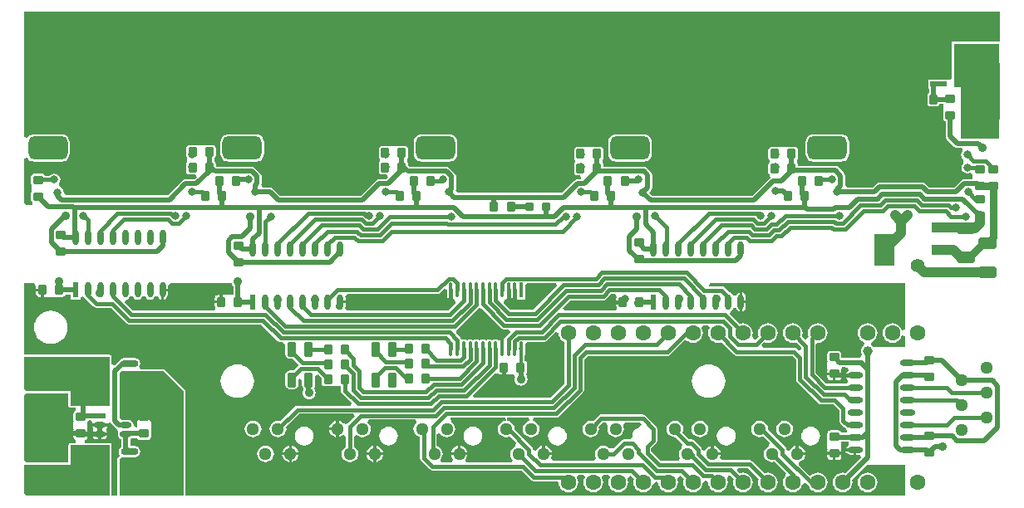
<source format=gtl>
G04 Layer_Physical_Order=1*
G04 Layer_Color=255*
%FSLAX24Y24*%
%MOIN*%
G70*
G01*
G75*
G04:AMPARAMS|DCode=10|XSize=157.5mil|YSize=94.5mil|CornerRadius=23.6mil|HoleSize=0mil|Usage=FLASHONLY|Rotation=180.000|XOffset=0mil|YOffset=0mil|HoleType=Round|Shape=RoundedRectangle|*
%AMROUNDEDRECTD10*
21,1,0.1575,0.0472,0,0,180.0*
21,1,0.1102,0.0945,0,0,180.0*
1,1,0.0472,-0.0551,0.0236*
1,1,0.0472,0.0551,0.0236*
1,1,0.0472,0.0551,-0.0236*
1,1,0.0472,-0.0551,-0.0236*
%
%ADD10ROUNDEDRECTD10*%
G04:AMPARAMS|DCode=11|XSize=39.4mil|YSize=35.4mil|CornerRadius=4.4mil|HoleSize=0mil|Usage=FLASHONLY|Rotation=0.000|XOffset=0mil|YOffset=0mil|HoleType=Round|Shape=RoundedRectangle|*
%AMROUNDEDRECTD11*
21,1,0.0394,0.0266,0,0,0.0*
21,1,0.0305,0.0354,0,0,0.0*
1,1,0.0089,0.0153,-0.0133*
1,1,0.0089,-0.0153,-0.0133*
1,1,0.0089,-0.0153,0.0133*
1,1,0.0089,0.0153,0.0133*
%
%ADD11ROUNDEDRECTD11*%
%ADD12O,0.0472X0.0236*%
%ADD13R,0.0472X0.0236*%
%ADD14R,0.0701X0.0283*%
%ADD15O,0.0701X0.0283*%
G04:AMPARAMS|DCode=16|XSize=39.4mil|YSize=35.4mil|CornerRadius=4.4mil|HoleSize=0mil|Usage=FLASHONLY|Rotation=90.000|XOffset=0mil|YOffset=0mil|HoleType=Round|Shape=RoundedRectangle|*
%AMROUNDEDRECTD16*
21,1,0.0394,0.0266,0,0,90.0*
21,1,0.0305,0.0354,0,0,90.0*
1,1,0.0089,0.0133,0.0153*
1,1,0.0089,0.0133,-0.0153*
1,1,0.0089,-0.0133,-0.0153*
1,1,0.0089,-0.0133,0.0153*
%
%ADD16ROUNDEDRECTD16*%
%ADD17R,0.1575X0.1181*%
G04:AMPARAMS|DCode=18|XSize=70.9mil|YSize=45.3mil|CornerRadius=5.7mil|HoleSize=0mil|Usage=FLASHONLY|Rotation=0.000|XOffset=0mil|YOffset=0mil|HoleType=Round|Shape=RoundedRectangle|*
%AMROUNDEDRECTD18*
21,1,0.0709,0.0340,0,0,0.0*
21,1,0.0595,0.0453,0,0,0.0*
1,1,0.0113,0.0298,-0.0170*
1,1,0.0113,-0.0298,-0.0170*
1,1,0.0113,-0.0298,0.0170*
1,1,0.0113,0.0298,0.0170*
%
%ADD18ROUNDEDRECTD18*%
G04:AMPARAMS|DCode=19|XSize=31.5mil|YSize=39.4mil|CornerRadius=3.9mil|HoleSize=0mil|Usage=FLASHONLY|Rotation=180.000|XOffset=0mil|YOffset=0mil|HoleType=Round|Shape=RoundedRectangle|*
%AMROUNDEDRECTD19*
21,1,0.0315,0.0315,0,0,180.0*
21,1,0.0236,0.0394,0,0,180.0*
1,1,0.0079,-0.0118,0.0157*
1,1,0.0079,0.0118,0.0157*
1,1,0.0079,0.0118,-0.0157*
1,1,0.0079,-0.0118,-0.0157*
%
%ADD19ROUNDEDRECTD19*%
%ADD20R,0.1575X0.1811*%
G04:AMPARAMS|DCode=21|XSize=59.1mil|YSize=35.4mil|CornerRadius=8.9mil|HoleSize=0mil|Usage=FLASHONLY|Rotation=270.000|XOffset=0mil|YOffset=0mil|HoleType=Round|Shape=RoundedRectangle|*
%AMROUNDEDRECTD21*
21,1,0.0591,0.0177,0,0,270.0*
21,1,0.0413,0.0354,0,0,270.0*
1,1,0.0177,-0.0089,-0.0207*
1,1,0.0177,-0.0089,0.0207*
1,1,0.0177,0.0089,0.0207*
1,1,0.0177,0.0089,-0.0207*
%
%ADD21ROUNDEDRECTD21*%
G04:AMPARAMS|DCode=22|XSize=31.5mil|YSize=31.5mil|CornerRadius=3.9mil|HoleSize=0mil|Usage=FLASHONLY|Rotation=180.000|XOffset=0mil|YOffset=0mil|HoleType=Round|Shape=RoundedRectangle|*
%AMROUNDEDRECTD22*
21,1,0.0315,0.0236,0,0,180.0*
21,1,0.0236,0.0315,0,0,180.0*
1,1,0.0079,-0.0118,0.0118*
1,1,0.0079,0.0118,0.0118*
1,1,0.0079,0.0118,-0.0118*
1,1,0.0079,-0.0118,-0.0118*
%
%ADD22ROUNDEDRECTD22*%
%ADD23R,0.1181X0.1575*%
%ADD24R,0.1820X0.1780*%
%ADD25R,0.0650X0.0240*%
%ADD26O,0.0610X0.0236*%
%ADD27R,0.0610X0.0236*%
%ADD28O,0.0157X0.0591*%
%ADD29R,0.0157X0.0591*%
%ADD30R,0.0846X0.0394*%
%ADD31R,0.0846X0.1280*%
%ADD32O,0.0236X0.0610*%
%ADD33R,0.0236X0.0610*%
%ADD34C,0.0197*%
%ADD35C,0.0157*%
%ADD36C,0.0118*%
%ADD37C,0.1575*%
%ADD38C,0.0315*%
%ADD39C,0.0394*%
%ADD40C,0.0630*%
%ADD41C,0.0512*%
%ADD42R,0.0532X0.0532*%
%ADD43C,0.0532*%
%ADD44C,0.0354*%
%ADD45C,0.0394*%
%ADD46C,0.0315*%
%ADD47C,0.0276*%
%ADD48C,0.0551*%
G36*
X21530Y6666D02*
X21540Y6658D01*
X21553Y6559D01*
X21593Y6463D01*
X21656Y6381D01*
X21738Y6318D01*
X21776Y6302D01*
Y4641D01*
X21193Y4058D01*
X18158D01*
X18113Y4167D01*
X18991Y5045D01*
X19005Y5049D01*
X19129Y5034D01*
X19170Y5007D01*
X19218Y4998D01*
X19291D01*
Y5276D01*
X19409D01*
Y4998D01*
X19483D01*
X19522Y5005D01*
X19528Y5000D01*
X19721D01*
X19735Y4990D01*
X19795Y4882D01*
X19790Y4870D01*
X19781Y4803D01*
X19790Y4736D01*
X19816Y4674D01*
X19857Y4621D01*
X19910Y4580D01*
X19973Y4554D01*
X20039Y4545D01*
X20106Y4554D01*
X20168Y4580D01*
X20222Y4621D01*
X20263Y4674D01*
X20289Y4736D01*
X20297Y4803D01*
X20289Y4870D01*
X20263Y4932D01*
X20241Y5034D01*
X20268Y5075D01*
X20278Y5123D01*
Y5428D01*
X20268Y5476D01*
X20241Y5517D01*
X20201Y5544D01*
X20180Y5548D01*
Y5734D01*
X20188Y5746D01*
X20200Y5807D01*
Y6240D01*
X20305Y6316D01*
X20965D01*
X20965Y6316D01*
X21026Y6328D01*
X21078Y6363D01*
X21427Y6712D01*
X21530Y6666D01*
D02*
G37*
G36*
X18467Y7627D02*
X19239Y6855D01*
X19239Y6855D01*
X19291Y6820D01*
X19352Y6808D01*
X19558D01*
X19603Y6699D01*
X19414Y6510D01*
X19379Y6458D01*
X19331Y6431D01*
Y6024D01*
X19213D01*
Y6389D01*
X19210Y6388D01*
X19144Y6360D01*
X19077Y6388D01*
X19016Y6401D01*
X18954Y6388D01*
X18888Y6360D01*
X18821Y6388D01*
X18760Y6401D01*
X18698Y6388D01*
X18632Y6360D01*
X18565Y6388D01*
X18504Y6401D01*
X18442Y6388D01*
X18376Y6360D01*
X18309Y6388D01*
X18248Y6401D01*
X18187Y6388D01*
X18120Y6360D01*
X18054Y6388D01*
X17992Y6401D01*
X17931Y6388D01*
X17864Y6360D01*
X17798Y6388D01*
X17736Y6401D01*
X17675Y6388D01*
X17601Y6481D01*
X17594Y6491D01*
X17594Y6492D01*
X17428Y6657D01*
X17429Y6694D01*
X17460Y6792D01*
X17495Y6816D01*
X18307Y7628D01*
X18365Y7680D01*
X18467Y7627D01*
D02*
G37*
G36*
X23864Y8116D02*
X23864Y8107D01*
X23856Y8066D01*
Y7972D01*
X24114D01*
Y7854D01*
X23856D01*
Y7761D01*
X23865Y7713D01*
X23887Y7680D01*
X23878Y7638D01*
X23845Y7562D01*
X21764D01*
X21718Y7671D01*
X22016Y7969D01*
X23327D01*
X23327Y7969D01*
X23388Y7982D01*
X23440Y8016D01*
X23649Y8225D01*
X23802D01*
X23864Y8116D01*
D02*
G37*
G36*
X35433Y8661D02*
Y6788D01*
X35321Y6764D01*
X35281Y6860D01*
X35218Y6942D01*
X35136Y7005D01*
X35040Y7045D01*
X34937Y7059D01*
X34834Y7045D01*
X34738Y7005D01*
X34656Y6942D01*
X34593Y6860D01*
X34553Y6764D01*
X34540Y6661D01*
X34553Y6559D01*
X34593Y6463D01*
X34656Y6381D01*
X34738Y6318D01*
X34834Y6278D01*
X34937Y6264D01*
X35040Y6278D01*
X35136Y6318D01*
X35218Y6381D01*
X35281Y6463D01*
X35321Y6559D01*
X35433Y6535D01*
Y6102D01*
X34158D01*
X34134Y6134D01*
X34088Y6170D01*
X34082Y6222D01*
X34092Y6300D01*
X34136Y6318D01*
X34218Y6381D01*
X34281Y6463D01*
X34321Y6559D01*
X34334Y6661D01*
X34321Y6764D01*
X34281Y6860D01*
X34218Y6942D01*
X34136Y7005D01*
X34040Y7045D01*
X33937Y7059D01*
X33834Y7045D01*
X33738Y7005D01*
X33656Y6942D01*
X33593Y6860D01*
X33553Y6764D01*
X33540Y6661D01*
X33553Y6559D01*
X33593Y6463D01*
X33656Y6381D01*
X33738Y6318D01*
X33782Y6300D01*
X33792Y6222D01*
X33787Y6170D01*
X33740Y6134D01*
X33696Y6077D01*
X33669Y6010D01*
X33659Y5938D01*
X33669Y5866D01*
X33696Y5799D01*
X33705Y5787D01*
X33647Y5669D01*
X33041D01*
Y5653D01*
X32890D01*
X32876Y5666D01*
Y5822D01*
X32867Y5870D01*
X32840Y5911D01*
X32799Y5938D01*
X32751Y5947D01*
X32446D01*
X32398Y5938D01*
X32357Y5911D01*
X32330Y5870D01*
X32320Y5822D01*
Y5556D01*
X32328Y5517D01*
X32323Y5512D01*
Y5197D01*
X32328Y5192D01*
X32320Y5153D01*
Y5079D01*
X32876D01*
Y5153D01*
X32872Y5174D01*
X32924Y5292D01*
X33041D01*
Y5276D01*
X33148D01*
X33161Y5158D01*
X33096Y5114D01*
X33053Y5049D01*
X33049Y5031D01*
X33425D01*
Y4913D01*
X33049D01*
X33053Y4896D01*
X33096Y4831D01*
X33114Y4818D01*
X33131Y4688D01*
X33128Y4678D01*
X33077Y4633D01*
X32287D01*
X31853Y5067D01*
Y6191D01*
X31937Y6264D01*
X32040Y6278D01*
X32136Y6318D01*
X32218Y6381D01*
X32281Y6463D01*
X32321Y6559D01*
X32334Y6661D01*
X32321Y6764D01*
X32281Y6860D01*
X32218Y6942D01*
X32136Y7005D01*
X32040Y7045D01*
X31937Y7059D01*
X31834Y7045D01*
X31738Y7005D01*
X31656Y6942D01*
X31593Y6860D01*
X31553Y6764D01*
X31540Y6661D01*
X31553Y6559D01*
X31570Y6518D01*
X31545Y6479D01*
X31539Y6453D01*
X31441Y6409D01*
X31419Y6407D01*
X31305Y6521D01*
X31321Y6559D01*
X31334Y6661D01*
X31321Y6764D01*
X31281Y6860D01*
X31218Y6942D01*
X31136Y7005D01*
X31040Y7045D01*
X30937Y7059D01*
X30834Y7045D01*
X30738Y7005D01*
X30656Y6942D01*
X30593Y6860D01*
X30553Y6764D01*
X30540Y6661D01*
X30553Y6559D01*
X30593Y6463D01*
X30656Y6381D01*
X30738Y6318D01*
X30834Y6278D01*
X30937Y6264D01*
X31040Y6278D01*
X31078Y6294D01*
X31287Y6084D01*
X31278Y5996D01*
X31165Y5952D01*
X31098Y6019D01*
X31046Y6054D01*
X30984Y6066D01*
X30984Y6066D01*
X29736D01*
X29687Y6184D01*
X29796Y6294D01*
X29834Y6278D01*
X29937Y6264D01*
X30040Y6278D01*
X30136Y6318D01*
X30218Y6381D01*
X30281Y6463D01*
X30321Y6559D01*
X30334Y6661D01*
X30321Y6764D01*
X30281Y6860D01*
X30218Y6942D01*
X30136Y7005D01*
X30040Y7045D01*
X29937Y7059D01*
X29834Y7045D01*
X29738Y7005D01*
X29656Y6942D01*
X29593Y6860D01*
X29553Y6764D01*
X29540Y6661D01*
X29553Y6559D01*
X29569Y6521D01*
X29447Y6399D01*
X29379Y6407D01*
X29308Y6529D01*
X29321Y6559D01*
X29334Y6661D01*
X29321Y6764D01*
X29281Y6860D01*
X29218Y6942D01*
X29136Y7005D01*
X29040Y7045D01*
X28937Y7059D01*
X28834Y7045D01*
X28798Y7030D01*
X28411Y7417D01*
X28426Y7511D01*
X28445Y7550D01*
X28496Y7584D01*
X28540Y7650D01*
X28544Y7671D01*
X28665D01*
X28669Y7650D01*
X28712Y7584D01*
X28778Y7541D01*
X28795Y7537D01*
Y7913D01*
Y8289D01*
X28778Y8286D01*
X28712Y8242D01*
X28669Y8177D01*
X28665Y8155D01*
X28544D01*
X28540Y8177D01*
X28496Y8242D01*
X28431Y8286D01*
X28390Y8294D01*
X28194Y8490D01*
X28142Y8524D01*
X28081Y8537D01*
X28081Y8537D01*
X27563D01*
X27559Y8543D01*
X27622Y8661D01*
X35433D01*
D02*
G37*
G36*
X19429Y3147D02*
X19358Y3137D01*
X19276Y3103D01*
X19206Y3050D01*
X19153Y2980D01*
X19119Y2898D01*
X19107Y2811D01*
X19119Y2724D01*
X19153Y2642D01*
X19206Y2572D01*
X19276Y2519D01*
X19358Y2485D01*
X19445Y2473D01*
X19532Y2485D01*
X19600Y2513D01*
X19857Y2256D01*
X19857Y2218D01*
X19823Y2123D01*
X19776Y2103D01*
X19706Y2050D01*
X19653Y1980D01*
X19619Y1898D01*
X19607Y1811D01*
X19619Y1724D01*
X19653Y1642D01*
X19702Y1578D01*
X19698Y1553D01*
X19659Y1460D01*
X17845D01*
X17806Y1553D01*
X17802Y1578D01*
X17851Y1642D01*
X17885Y1724D01*
X17889Y1752D01*
X17229D01*
X17233Y1724D01*
X17267Y1642D01*
X17316Y1578D01*
X17312Y1553D01*
X17273Y1460D01*
X16845D01*
X16806Y1553D01*
X16802Y1578D01*
X16851Y1642D01*
X16885Y1724D01*
X16897Y1811D01*
X16885Y1898D01*
X16851Y1980D01*
X16798Y2050D01*
X16728Y2103D01*
X16657Y2133D01*
Y2599D01*
X16740Y2632D01*
X16775Y2632D01*
X16820Y2572D01*
X16890Y2519D01*
X16972Y2485D01*
X17059Y2473D01*
X17146Y2485D01*
X17228Y2519D01*
X17298Y2572D01*
X17351Y2642D01*
X17385Y2724D01*
X17397Y2811D01*
X17385Y2898D01*
X17351Y2980D01*
X17298Y3050D01*
X17228Y3103D01*
X17199Y3243D01*
X17215Y3265D01*
X19422D01*
X19429Y3147D01*
D02*
G37*
G36*
X6496Y4331D02*
Y120D01*
X3937D01*
Y1610D01*
X3989Y1650D01*
X4055Y1682D01*
X4122Y1669D01*
X4539D01*
X4625Y1686D01*
X4698Y1735D01*
X4747Y1808D01*
X4764Y1894D01*
X4747Y1980D01*
X4698Y2053D01*
X4625Y2101D01*
X4539Y2118D01*
X4362D01*
Y2410D01*
X4376Y2413D01*
X4413Y2437D01*
X4653D01*
X4653Y2437D01*
X4680Y2397D01*
X4721Y2369D01*
X4769Y2360D01*
X5074D01*
X5122Y2369D01*
X5163Y2397D01*
X5190Y2437D01*
X5199Y2485D01*
Y2751D01*
X5192Y2790D01*
X5197Y2795D01*
Y3110D01*
X5118Y3189D01*
X4724D01*
X4646Y3110D01*
Y2883D01*
X4581Y2858D01*
X4496Y2952D01*
X4500Y2972D01*
X4485Y3049D01*
X4441Y3114D01*
X4376Y3158D01*
X4299Y3173D01*
X4063D01*
X4039Y3168D01*
X3937Y3256D01*
Y5059D01*
X3996Y5118D01*
X5709D01*
X6496Y4331D01*
D02*
G37*
G36*
X3543Y3740D02*
X1969D01*
Y4331D01*
X204D01*
X120Y4414D01*
X120Y5709D01*
X3543D01*
Y3740D01*
D02*
G37*
G36*
X506Y8661D02*
X527Y8644D01*
X589Y8543D01*
X588Y8538D01*
Y8445D01*
X846D01*
Y8386D01*
X906D01*
Y8108D01*
X979D01*
X1018Y8116D01*
X1024Y8110D01*
X1339D01*
X1344Y8116D01*
X1383Y8108D01*
X1649D01*
X1697Y8117D01*
X1737Y8145D01*
X1765Y8185D01*
X1768Y8205D01*
X1969D01*
Y8002D01*
X2362D01*
Y8108D01*
X2480Y8122D01*
X2523Y8057D01*
X2582Y8018D01*
X2879Y7721D01*
X2931Y7686D01*
X2992Y7674D01*
X2992Y7674D01*
X3576D01*
X4198Y7052D01*
X4198Y7052D01*
X4250Y7017D01*
X4312Y7005D01*
X9620D01*
X10281Y6343D01*
X10281Y6343D01*
X10333Y6308D01*
X10395Y6296D01*
X10395Y6296D01*
X10484D01*
X10587Y6211D01*
Y5797D01*
X10600Y5732D01*
X10637Y5677D01*
X10693Y5640D01*
X10758Y5627D01*
X10879D01*
X11111Y5394D01*
X11107Y5350D01*
X10918Y5161D01*
X10758D01*
X10693Y5148D01*
X10637Y5111D01*
X10600Y5055D01*
X10587Y4990D01*
Y4577D01*
X10600Y4511D01*
X10637Y4456D01*
X10693Y4419D01*
X10758Y4406D01*
X10935D01*
X11000Y4419D01*
X11056Y4456D01*
X11093Y4511D01*
X11106Y4577D01*
Y4813D01*
X11138Y4835D01*
X11257Y4772D01*
Y4577D01*
X11270Y4511D01*
X11307Y4456D01*
X11312Y4381D01*
X11286Y4319D01*
X11277Y4252D01*
X11286Y4185D01*
X11312Y4123D01*
X11353Y4069D01*
X11406Y4028D01*
X11469Y4003D01*
X11535Y3994D01*
X11602Y4003D01*
X11664Y4028D01*
X11718Y4069D01*
X11759Y4123D01*
X11785Y4185D01*
X11794Y4252D01*
X11785Y4319D01*
X11759Y4381D01*
X11725Y4456D01*
X11762Y4511D01*
X11775Y4577D01*
Y4937D01*
X11893Y4986D01*
X12045Y4834D01*
Y4651D01*
X12054Y4603D01*
X12082Y4562D01*
X12122Y4535D01*
X12170Y4525D01*
X12436D01*
X12475Y4533D01*
X12480Y4528D01*
X12795D01*
X12812Y4416D01*
Y4350D01*
X12812Y4350D01*
X12824Y4289D01*
X12859Y4237D01*
X13243Y3852D01*
X13198Y3743D01*
X11059D01*
X10998Y3731D01*
X10946Y3696D01*
X10383Y3134D01*
X10375Y3137D01*
X10287Y3149D01*
X10200Y3137D01*
X10119Y3103D01*
X10049Y3050D01*
X9995Y2980D01*
X9961Y2898D01*
X9950Y2811D01*
X9961Y2724D01*
X9995Y2642D01*
X10049Y2572D01*
X10119Y2519D01*
X10200Y2485D01*
X10287Y2473D01*
X10375Y2485D01*
X10456Y2519D01*
X10526Y2572D01*
X10580Y2642D01*
X10613Y2724D01*
X10625Y2811D01*
X10613Y2898D01*
X10610Y2907D01*
X11126Y3422D01*
X13318D01*
X13364Y3313D01*
X13075Y3024D01*
X13057Y3017D01*
X13018Y3015D01*
X12929Y3027D01*
X12912Y3050D01*
X12842Y3103D01*
X12761Y3137D01*
X12732Y3141D01*
Y2811D01*
Y2481D01*
X12761Y2485D01*
X12842Y2519D01*
X12895Y2559D01*
X12961Y2542D01*
X13013Y2510D01*
Y2107D01*
X13004Y2103D01*
X12935Y2050D01*
X12881Y1980D01*
X12847Y1898D01*
X12836Y1811D01*
X12847Y1724D01*
X12881Y1642D01*
X12935Y1572D01*
X13004Y1519D01*
X13086Y1485D01*
X13173Y1473D01*
X13261Y1485D01*
X13342Y1519D01*
X13412Y1572D01*
X13466Y1642D01*
X13499Y1724D01*
X13511Y1811D01*
X13499Y1898D01*
X13466Y1980D01*
X13412Y2050D01*
X13342Y2103D01*
X13334Y2107D01*
Y2510D01*
X13386Y2542D01*
X13452Y2559D01*
X13504Y2519D01*
X13586Y2485D01*
X13673Y2473D01*
X13761Y2485D01*
X13842Y2519D01*
X13912Y2572D01*
X13966Y2642D01*
X13999Y2724D01*
X14011Y2811D01*
X13999Y2898D01*
X13966Y2980D01*
X13912Y3050D01*
X13888Y3068D01*
X13928Y3186D01*
X15804D01*
X15844Y3068D01*
X15820Y3050D01*
X15767Y2980D01*
X15733Y2898D01*
X15722Y2811D01*
X15733Y2724D01*
X15767Y2642D01*
X15820Y2572D01*
X15890Y2519D01*
X15972Y2485D01*
X15981Y2484D01*
Y1644D01*
X15981Y1644D01*
X15993Y1582D01*
X16028Y1530D01*
X16373Y1186D01*
X16373Y1186D01*
X16425Y1151D01*
X16486Y1139D01*
X20052D01*
X20438Y753D01*
X20490Y718D01*
X20551Y706D01*
X20551Y706D01*
X21501D01*
X21540Y661D01*
X21553Y559D01*
X21593Y463D01*
X21656Y381D01*
X21738Y318D01*
X21834Y278D01*
X21937Y264D01*
X22040Y278D01*
X22136Y318D01*
X22218Y381D01*
X22281Y463D01*
X22321Y559D01*
X22334Y661D01*
X22321Y764D01*
X22281Y860D01*
X22343Y973D01*
X22531D01*
X22593Y860D01*
X22553Y764D01*
X22540Y661D01*
X22553Y559D01*
X22593Y463D01*
X22656Y381D01*
X22738Y318D01*
X22834Y278D01*
X22937Y264D01*
X23040Y278D01*
X23136Y318D01*
X23218Y381D01*
X23281Y463D01*
X23321Y559D01*
X23334Y661D01*
X23321Y764D01*
X23281Y860D01*
X23343Y973D01*
X23531D01*
X23593Y860D01*
X23553Y764D01*
X23540Y661D01*
X23553Y559D01*
X23593Y463D01*
X23656Y381D01*
X23738Y318D01*
X23834Y278D01*
X23937Y264D01*
X24040Y278D01*
X24136Y318D01*
X24218Y381D01*
X24281Y463D01*
X24321Y559D01*
X24334Y661D01*
X24321Y764D01*
X24308Y794D01*
X24379Y916D01*
X24447Y924D01*
X24569Y802D01*
X24553Y764D01*
X24540Y661D01*
X24553Y559D01*
X24593Y463D01*
X24656Y381D01*
X24738Y318D01*
X24834Y278D01*
X24937Y264D01*
X25040Y278D01*
X25136Y318D01*
X25218Y381D01*
X25281Y463D01*
X25321Y559D01*
X25325Y593D01*
X25396Y681D01*
X25435Y692D01*
X25544Y633D01*
X25553Y559D01*
X25593Y463D01*
X25656Y381D01*
X25738Y318D01*
X25834Y278D01*
X25937Y264D01*
X26040Y278D01*
X26136Y318D01*
X26218Y381D01*
X26281Y463D01*
X26321Y559D01*
X26334Y661D01*
X26321Y764D01*
X26308Y794D01*
X26379Y916D01*
X26447Y924D01*
X26569Y802D01*
X26553Y764D01*
X26540Y661D01*
X26553Y559D01*
X26593Y463D01*
X26656Y381D01*
X26738Y318D01*
X26834Y278D01*
X26937Y264D01*
X27040Y278D01*
X27136Y318D01*
X27218Y381D01*
X27281Y463D01*
X27321Y559D01*
X27334Y661D01*
X27437Y762D01*
X27540Y661D01*
X27553Y559D01*
X27593Y463D01*
X27656Y381D01*
X27738Y318D01*
X27834Y278D01*
X27937Y264D01*
X28040Y278D01*
X28136Y318D01*
X28218Y381D01*
X28281Y463D01*
X28321Y559D01*
X28334Y661D01*
X28321Y764D01*
X28303Y808D01*
X28354Y923D01*
X28371Y937D01*
X28426Y945D01*
X28569Y802D01*
X28553Y764D01*
X28540Y661D01*
X28553Y559D01*
X28593Y463D01*
X28656Y381D01*
X28738Y318D01*
X28834Y278D01*
X28937Y264D01*
X29040Y278D01*
X29136Y318D01*
X29218Y381D01*
X29281Y463D01*
X29321Y559D01*
X29334Y661D01*
X29321Y764D01*
X29281Y860D01*
X29218Y942D01*
X29136Y1005D01*
X29040Y1045D01*
X28937Y1059D01*
X28834Y1045D01*
X28796Y1029D01*
X28698Y1128D01*
X28743Y1237D01*
X29134D01*
X29569Y802D01*
X29553Y764D01*
X29540Y661D01*
X29553Y559D01*
X29593Y463D01*
X29656Y381D01*
X29738Y318D01*
X29834Y278D01*
X29937Y264D01*
X30040Y278D01*
X30136Y318D01*
X30218Y381D01*
X30281Y463D01*
X30321Y559D01*
X30334Y661D01*
X30321Y764D01*
X30281Y860D01*
X30218Y942D01*
X30136Y1005D01*
X30040Y1045D01*
X29937Y1059D01*
X29834Y1045D01*
X29796Y1029D01*
X29314Y1511D01*
X29262Y1546D01*
X29201Y1558D01*
X29201Y1558D01*
X28093D01*
X28066Y1585D01*
X28023Y1676D01*
X28043Y1724D01*
X28046Y1752D01*
X27717D01*
Y1811D01*
X27657D01*
Y2141D01*
X27629Y2137D01*
X27548Y2103D01*
X27478Y2050D01*
X27424Y1980D01*
X27409Y1942D01*
X27290Y1966D01*
Y1982D01*
X27278Y2044D01*
X27243Y2096D01*
X27243Y2096D01*
X27001Y2338D01*
X26949Y2373D01*
X26888Y2385D01*
X26888Y2385D01*
X26785D01*
X26514Y2656D01*
X26543Y2724D01*
X26554Y2811D01*
X26543Y2898D01*
X26509Y2980D01*
X26455Y3050D01*
X26385Y3103D01*
X26304Y3137D01*
X26217Y3149D01*
X26129Y3137D01*
X26048Y3103D01*
X25978Y3050D01*
X25924Y2980D01*
X25891Y2898D01*
X25879Y2811D01*
X25891Y2724D01*
X25924Y2642D01*
X25978Y2572D01*
X26048Y2519D01*
X26129Y2485D01*
X26217Y2473D01*
X26239Y2476D01*
X26510Y2206D01*
X26490Y2059D01*
X26478Y2050D01*
X26424Y1980D01*
X26391Y1898D01*
X26379Y1811D01*
X26391Y1724D01*
X26424Y1642D01*
X26361Y1531D01*
X25631D01*
X25253Y1909D01*
Y2023D01*
X25448Y2219D01*
X25448Y2219D01*
X25483Y2271D01*
X25495Y2332D01*
Y2815D01*
X25495Y2815D01*
X25483Y2876D01*
X25448Y2928D01*
X25448Y2928D01*
X25039Y3338D01*
X24987Y3373D01*
X24925Y3385D01*
X24925Y3385D01*
X23244D01*
X23244Y3385D01*
X23183Y3373D01*
X23131Y3338D01*
X22926Y3134D01*
X22918Y3137D01*
X22831Y3149D01*
X22743Y3137D01*
X22662Y3103D01*
X22592Y3050D01*
X22538Y2980D01*
X22505Y2898D01*
X22493Y2811D01*
X22505Y2724D01*
X22538Y2642D01*
X22592Y2572D01*
X22662Y2519D01*
X22743Y2485D01*
X22831Y2473D01*
X22918Y2485D01*
X22999Y2519D01*
X23069Y2572D01*
X23123Y2642D01*
X23157Y2724D01*
X23168Y2811D01*
X23157Y2898D01*
X23153Y2907D01*
X23311Y3064D01*
X23454D01*
X23481Y3037D01*
X23524Y2946D01*
X23505Y2898D01*
X23493Y2811D01*
X23505Y2724D01*
X23538Y2642D01*
X23592Y2572D01*
X23662Y2519D01*
X23743Y2485D01*
X23831Y2473D01*
X23918Y2485D01*
X23999Y2519D01*
X24069Y2572D01*
X24123Y2642D01*
X24157Y2724D01*
X24168Y2811D01*
X24157Y2898D01*
X24137Y2946D01*
X24181Y3037D01*
X24207Y3064D01*
X24813D01*
X24860Y3008D01*
X24807Y2887D01*
X24784Y2884D01*
X24693Y2846D01*
X24615Y2786D01*
X24555Y2708D01*
X24518Y2617D01*
X24505Y2520D01*
X24507Y2501D01*
X24415Y2387D01*
X24408Y2385D01*
X24159D01*
X24159Y2385D01*
X24098Y2373D01*
X24046Y2338D01*
X23732Y2024D01*
X23718Y2018D01*
X23585Y2029D01*
X23569Y2050D01*
X23499Y2103D01*
X23418Y2137D01*
X23331Y2149D01*
X23243Y2137D01*
X23162Y2103D01*
X23092Y2050D01*
X23038Y1980D01*
X23005Y1898D01*
X22993Y1811D01*
X23005Y1724D01*
X23038Y1642D01*
X22975Y1531D01*
X21300D01*
X21237Y1642D01*
X21271Y1724D01*
X21275Y1752D01*
X20945D01*
Y1811D01*
X20886D01*
Y2141D01*
X20858Y2137D01*
X20776Y2103D01*
X20706Y2050D01*
X20653Y1980D01*
X20637Y1942D01*
X20625Y1944D01*
X20519Y1982D01*
X20507Y2044D01*
X20472Y2096D01*
X20472Y2096D01*
X19779Y2788D01*
X19782Y2811D01*
X19771Y2898D01*
X19737Y2980D01*
X19684Y3050D01*
X19614Y3103D01*
X19532Y3137D01*
X19460Y3147D01*
X19468Y3265D01*
X20352D01*
X20378Y3147D01*
X20358Y3137D01*
X20349Y3134D01*
X20276Y3103D01*
X20206Y3050D01*
X20153Y2980D01*
X20119Y2898D01*
X20107Y2811D01*
X20119Y2724D01*
X20153Y2642D01*
X20206Y2572D01*
X20276Y2519D01*
X20358Y2485D01*
X20445Y2473D01*
X20532Y2485D01*
X20614Y2519D01*
X20684Y2572D01*
X20737Y2642D01*
X20771Y2724D01*
X20782Y2811D01*
X20771Y2898D01*
X20737Y2980D01*
X20684Y3050D01*
X20614Y3103D01*
X20540Y3134D01*
X20532Y3137D01*
X20512Y3147D01*
X20538Y3265D01*
X21456D01*
X21456Y3265D01*
X21517Y3277D01*
X21569Y3312D01*
X22523Y4266D01*
X22523Y4266D01*
X22558Y4318D01*
X22570Y4379D01*
Y5592D01*
X22716Y5737D01*
X25898D01*
X25898Y5737D01*
X25959Y5749D01*
X26011Y5784D01*
X26611Y6384D01*
X26656Y6381D01*
X26738Y6318D01*
X26834Y6278D01*
X26937Y6264D01*
X27040Y6278D01*
X27136Y6318D01*
X27218Y6381D01*
X27281Y6463D01*
X27321Y6559D01*
X27334Y6661D01*
X27321Y6764D01*
X27281Y6860D01*
X27343Y6973D01*
X27531D01*
X27593Y6860D01*
X27553Y6764D01*
X27540Y6661D01*
X27553Y6559D01*
X27593Y6463D01*
X27656Y6381D01*
X27738Y6318D01*
X27834Y6278D01*
X27937Y6264D01*
X28040Y6278D01*
X28076Y6293D01*
X28577Y5792D01*
X28577Y5792D01*
X28629Y5757D01*
X28691Y5745D01*
X30918D01*
X31060Y5603D01*
Y4804D01*
X31060Y4804D01*
X31072Y4743D01*
X31107Y4691D01*
X31951Y3847D01*
X31951Y3847D01*
X32003Y3812D01*
X32064Y3800D01*
X32064Y3800D01*
X32548D01*
X32792Y3556D01*
Y3150D01*
X32792Y3150D01*
X32804Y3089D01*
X32839Y3036D01*
X33017Y2859D01*
X33017Y2859D01*
X33069Y2824D01*
X33078Y2822D01*
X33111Y2732D01*
X33105Y2687D01*
X33069Y2653D01*
X32872D01*
X32867Y2681D01*
X32840Y2722D01*
X32799Y2749D01*
X32751Y2758D01*
X32446D01*
X32398Y2749D01*
X32357Y2722D01*
X32330Y2681D01*
X32320Y2633D01*
Y2367D01*
X32328Y2328D01*
X32323Y2323D01*
Y2008D01*
X32328Y2003D01*
X32320Y1964D01*
Y1890D01*
X32876D01*
Y1964D01*
X32869Y2003D01*
X32874Y2008D01*
Y2292D01*
X33154D01*
X33161Y2287D01*
X33183Y2283D01*
Y2162D01*
X33161Y2158D01*
X33096Y2114D01*
X33053Y2049D01*
X33049Y2031D01*
X33425D01*
Y1972D01*
X33484D01*
Y1772D01*
X33612D01*
X33628Y1775D01*
X33686Y1666D01*
X33058Y1038D01*
X33040Y1045D01*
X32937Y1059D01*
X32834Y1045D01*
X32738Y1005D01*
X32656Y942D01*
X32593Y860D01*
X32553Y764D01*
X32540Y661D01*
X32553Y559D01*
X32593Y463D01*
X32656Y381D01*
X32738Y318D01*
X32834Y278D01*
X32937Y264D01*
X33040Y278D01*
X33136Y318D01*
X33218Y381D01*
X33281Y463D01*
X33321Y559D01*
X33334Y661D01*
X33321Y764D01*
X33313Y782D01*
X33909Y1378D01*
X35433D01*
Y120D01*
X31496D01*
X6576D01*
Y4331D01*
X6576Y4331D01*
X6570Y4361D01*
X6553Y4387D01*
X6553Y4387D01*
X5765Y5175D01*
X5739Y5192D01*
X5709Y5198D01*
X4776D01*
X4775Y5200D01*
X4724Y5317D01*
X4747Y5351D01*
X4764Y5437D01*
X4747Y5523D01*
X4698Y5596D01*
X4625Y5645D01*
X4539Y5662D01*
X4122D01*
X4036Y5645D01*
X3963Y5596D01*
X3951Y5578D01*
X3931Y5565D01*
X3733Y5366D01*
X3624Y5411D01*
Y5709D01*
X3617Y5739D01*
X3600Y5765D01*
X3574Y5783D01*
X3543Y5789D01*
X120D01*
X120Y5907D01*
Y8661D01*
X506D01*
D02*
G37*
G36*
X21432Y8661D02*
X21477Y8552D01*
X20526Y7602D01*
X19614D01*
X19346Y7870D01*
X19373Y7993D01*
X19461Y8025D01*
X19466Y8021D01*
X19468Y8020D01*
Y8386D01*
X19587D01*
Y8020D01*
X19589Y8021D01*
X19641Y8056D01*
X19670D01*
X19722Y8021D01*
X19724Y8020D01*
Y8386D01*
X19843D01*
Y8011D01*
X19882Y8012D01*
X19882Y8012D01*
X20197D01*
Y8578D01*
X20280Y8661D01*
X21432D01*
D02*
G37*
G36*
X8431Y8661D02*
X8432Y8654D01*
X8458Y8591D01*
X8499Y8538D01*
X8500Y8537D01*
Y8189D01*
X8189D01*
X8184Y8184D01*
X8145Y8191D01*
X8071D01*
Y7913D01*
X8012D01*
Y7854D01*
X7753D01*
Y7761D01*
X7763Y7713D01*
X7785Y7680D01*
X7775Y7638D01*
X7742Y7562D01*
X4476D01*
X4154Y7885D01*
X4156Y7909D01*
X4200Y8005D01*
X4242Y8013D01*
X4307Y8057D01*
X4351Y8122D01*
X4355Y8144D01*
X4476D01*
X4480Y8122D01*
X4523Y8057D01*
X4589Y8013D01*
X4665Y7998D01*
X4742Y8013D01*
X4807Y8057D01*
X4851Y8122D01*
X4855Y8144D01*
X4976D01*
X4980Y8122D01*
X5023Y8057D01*
X5089Y8013D01*
X5165Y7998D01*
X5242Y8013D01*
X5307Y8057D01*
X5351Y8122D01*
X5355Y8144D01*
X5476D01*
X5480Y8122D01*
X5523Y8057D01*
X5589Y8013D01*
X5606Y8010D01*
Y8386D01*
X5665D01*
Y8445D01*
X5866D01*
Y8543D01*
X5903Y8605D01*
X5969Y8661D01*
X8431D01*
D02*
G37*
G36*
X1888Y3740D02*
X1894Y3709D01*
X1912Y3683D01*
X1938Y3666D01*
X1969Y3660D01*
X2178D01*
X2190Y3542D01*
X2162Y3536D01*
X2121Y3509D01*
X2094Y3468D01*
X2084Y3420D01*
Y3155D01*
X2092Y3116D01*
X2087Y3110D01*
Y2795D01*
X2092Y2790D01*
X2084Y2751D01*
Y2677D01*
X2640D01*
Y2751D01*
X2632Y2790D01*
X2638Y2795D01*
Y3110D01*
X2733Y3166D01*
X2782D01*
X2840Y3069D01*
X2843Y3031D01*
Y3031D01*
X3498D01*
X3523Y3051D01*
X3590Y3055D01*
X3612Y3022D01*
X3790Y2845D01*
X3835Y2814D01*
X3853Y2785D01*
X3880Y2679D01*
X3878Y2675D01*
X3862Y2598D01*
X3878Y2522D01*
X3921Y2456D01*
X3986Y2413D01*
X4000Y2410D01*
Y2078D01*
X3963Y2053D01*
X3914Y1980D01*
X3897Y1894D01*
X3914Y1808D01*
X3933Y1741D01*
X3880Y1667D01*
X3874Y1658D01*
X3868Y1650D01*
X3866Y1645D01*
X3863Y1641D01*
X3861Y1631D01*
X3857Y1621D01*
X3858Y1615D01*
X3857Y1610D01*
Y120D01*
X3624D01*
Y2165D01*
X3617Y2196D01*
X3600Y2222D01*
X3574Y2240D01*
X3543Y2246D01*
X2546D01*
X2535Y2364D01*
X2563Y2369D01*
X2603Y2397D01*
X2631Y2437D01*
X2640Y2485D01*
Y2559D01*
X2084D01*
Y2485D01*
X2094Y2437D01*
X2121Y2397D01*
X2162Y2369D01*
X2190Y2364D01*
X2178Y2246D01*
X1969D01*
X1938Y2240D01*
X1912Y2222D01*
X1894Y2196D01*
X1888Y2165D01*
Y1458D01*
X204D01*
X120Y1542D01*
Y4171D01*
X204Y4250D01*
X1888D01*
Y3740D01*
D02*
G37*
G36*
X39250Y18370D02*
X37306D01*
Y16868D01*
X37195Y16850D01*
Y16850D01*
X36388D01*
Y16453D01*
X36394D01*
Y16301D01*
X36372Y16286D01*
X36345Y16247D01*
X36336Y16201D01*
Y15886D01*
X36345Y15840D01*
X36372Y15801D01*
X36411Y15775D01*
X36457Y15765D01*
X36693D01*
X36739Y15775D01*
X36778Y15801D01*
X36804Y15840D01*
X36809Y15863D01*
X36969D01*
Y15591D01*
X36974Y15585D01*
X36966Y15546D01*
Y15281D01*
X36976Y15233D01*
X37003Y15192D01*
X37044Y15165D01*
X37063Y15161D01*
Y14567D01*
X37077Y14498D01*
X37116Y14439D01*
X37412Y14144D01*
X37470Y14105D01*
X37539Y14091D01*
X37695D01*
X37726Y14039D01*
X37744Y13973D01*
X37703Y13911D01*
X37685Y13819D01*
X37703Y13727D01*
X37755Y13649D01*
X37784Y13629D01*
X37790Y13494D01*
X37765Y13477D01*
X37713Y13399D01*
X37695Y13307D01*
X37713Y13215D01*
X37765Y13137D01*
X37843Y13085D01*
X37935Y13066D01*
X38028Y13085D01*
X38032Y13088D01*
X38053Y13086D01*
X38150Y13024D01*
Y12832D01*
X37809D01*
X37740Y12818D01*
X37681Y12779D01*
X37405Y12503D01*
X36413D01*
X36269Y12647D01*
X36211Y12687D01*
X36142Y12700D01*
X34409D01*
X34340Y12687D01*
X34282Y12647D01*
X34138Y12503D01*
X33140D01*
X33035Y12579D01*
Y12973D01*
X33021Y13042D01*
X32982Y13101D01*
X32766Y13317D01*
X32708Y13356D01*
X32639Y13370D01*
X31144D01*
Y13420D01*
X31135Y13468D01*
X31118Y13493D01*
X31107Y13513D01*
Y13613D01*
X31118Y13633D01*
X31135Y13658D01*
X31144Y13706D01*
Y14011D01*
X31135Y14059D01*
X31107Y14100D01*
X31067Y14127D01*
X31019Y14136D01*
X30753D01*
X30714Y14129D01*
X30709Y14134D01*
X30394D01*
X30388Y14129D01*
X30349Y14136D01*
X30084D01*
X30036Y14127D01*
X29995Y14100D01*
X29968Y14059D01*
X29958Y14011D01*
Y13706D01*
X29968Y13658D01*
X29984Y13633D01*
X29995Y13613D01*
Y13513D01*
X29984Y13493D01*
X29968Y13468D01*
X29958Y13420D01*
Y13115D01*
X29968Y13067D01*
X29995Y13026D01*
X30013Y13015D01*
X30031Y12914D01*
X30029Y12884D01*
X29314Y12169D01*
X25313D01*
X25177Y12305D01*
X25246Y12374D01*
X25285Y12432D01*
X25299Y12502D01*
Y12997D01*
X25285Y13066D01*
X25246Y13125D01*
X25091Y13279D01*
X25033Y13318D01*
X24963Y13332D01*
X23349D01*
Y13420D01*
X23339Y13468D01*
X23323Y13493D01*
X23312Y13513D01*
Y13613D01*
X23323Y13633D01*
X23339Y13658D01*
X23349Y13706D01*
Y14011D01*
X23339Y14059D01*
X23312Y14100D01*
X23271Y14127D01*
X23223Y14136D01*
X22958D01*
X22919Y14129D01*
X22913Y14134D01*
X22598D01*
X22593Y14129D01*
X22554Y14136D01*
X22288D01*
X22240Y14127D01*
X22200Y14100D01*
X22172Y14059D01*
X22163Y14011D01*
Y13706D01*
X22172Y13658D01*
X22189Y13633D01*
X22200Y13613D01*
Y13513D01*
X22189Y13493D01*
X22172Y13468D01*
X22163Y13420D01*
Y13115D01*
X22172Y13067D01*
X22200Y13026D01*
X22240Y12999D01*
X22288Y12990D01*
X22392D01*
X22453Y12872D01*
X22426Y12832D01*
X22296D01*
X22227Y12818D01*
X22169Y12779D01*
X21676Y12287D01*
X17505D01*
X17483Y12305D01*
X17422Y12405D01*
X17427Y12431D01*
Y12956D01*
X17413Y13025D01*
X17374Y13083D01*
X17178Y13279D01*
X17119Y13318D01*
X17050Y13332D01*
X15585D01*
X15514Y13403D01*
Y13460D01*
X15505Y13508D01*
X15488Y13532D01*
X15477Y13553D01*
Y13652D01*
X15488Y13672D01*
X15505Y13697D01*
X15514Y13745D01*
Y14050D01*
X15505Y14098D01*
X15477Y14139D01*
X15437Y14166D01*
X15389Y14176D01*
X15123D01*
X15084Y14168D01*
X15079Y14173D01*
X14764D01*
X14758Y14168D01*
X14719Y14176D01*
X14454D01*
X14406Y14166D01*
X14365Y14139D01*
X14338Y14098D01*
X14328Y14050D01*
Y13745D01*
X14338Y13697D01*
X14354Y13672D01*
X14365Y13652D01*
Y13553D01*
X14354Y13532D01*
X14338Y13508D01*
X14328Y13460D01*
Y13155D01*
X14338Y13107D01*
X14365Y13066D01*
X14406Y13039D01*
X14454Y13029D01*
X14654D01*
X14703Y12911D01*
X14624Y12832D01*
X14344D01*
X14275Y12818D01*
X14216Y12779D01*
X13605Y12169D01*
X10370D01*
X10088Y12451D01*
X10030Y12490D01*
X9961Y12503D01*
X9689D01*
X9625Y12598D01*
X9620Y12622D01*
X9631Y12678D01*
Y12956D01*
X9618Y13025D01*
X9579Y13083D01*
X9382Y13279D01*
X9324Y13318D01*
X9255Y13332D01*
X7848D01*
X7798Y13383D01*
Y13460D01*
X7788Y13508D01*
X7761Y13548D01*
X7749Y13556D01*
X7741Y13586D01*
Y13658D01*
X7749Y13688D01*
X7761Y13696D01*
X7788Y13736D01*
X7798Y13784D01*
Y14090D01*
X7788Y14138D01*
X7761Y14178D01*
X7720Y14205D01*
X7672Y14215D01*
X7406D01*
X7368Y14207D01*
X7362Y14213D01*
X7047D01*
X7042Y14207D01*
X7003Y14215D01*
X6737D01*
X6689Y14205D01*
X6649Y14178D01*
X6621Y14138D01*
X6612Y14090D01*
Y13838D01*
X6608Y13817D01*
X6612Y13796D01*
Y13784D01*
X6621Y13736D01*
X6625Y13732D01*
X6626Y13725D01*
X6654Y13683D01*
X6656Y13678D01*
X6649Y13548D01*
X6621Y13508D01*
X6612Y13460D01*
Y13378D01*
X6600Y13317D01*
X6612Y13256D01*
Y13155D01*
X6621Y13107D01*
X6649Y13066D01*
X6689Y13039D01*
X6737Y13029D01*
X6977D01*
X7017Y12966D01*
X7028Y12914D01*
X6947Y12832D01*
X6589D01*
X6519Y12818D01*
X6461Y12779D01*
X5870Y12189D01*
X1794D01*
X1698Y12305D01*
X1679Y12397D01*
X1627Y12475D01*
X1549Y12527D01*
X1531Y12531D01*
X1508Y12597D01*
X1499Y12658D01*
X1543Y12725D01*
X1562Y12817D01*
X1543Y12909D01*
X1491Y12987D01*
X1413Y13039D01*
X1321Y13058D01*
X1229Y13039D01*
X1151Y12987D01*
X1144Y12977D01*
X941D01*
X938Y12996D01*
X911Y13037D01*
X870Y13064D01*
X822Y13073D01*
X517D01*
X469Y13064D01*
X428Y13037D01*
X401Y12996D01*
X391Y12948D01*
Y12682D01*
X399Y12643D01*
X394Y12638D01*
Y12323D01*
X399Y12317D01*
X391Y12279D01*
Y12013D01*
X401Y11965D01*
X428Y11924D01*
X446Y11912D01*
X429Y11800D01*
X427Y11794D01*
X204D01*
X120Y11877D01*
Y13671D01*
X231Y13698D01*
X239Y13697D01*
X287Y13634D01*
X353Y13583D01*
X430Y13551D01*
X512Y13541D01*
X1614D01*
X1696Y13551D01*
X1773Y13583D01*
X1839Y13634D01*
X1889Y13699D01*
X1921Y13776D01*
X1932Y13858D01*
Y14331D01*
X1921Y14413D01*
X1889Y14490D01*
X1839Y14555D01*
X1773Y14606D01*
X1696Y14638D01*
X1614Y14648D01*
X512D01*
X430Y14638D01*
X353Y14606D01*
X287Y14555D01*
X239Y14492D01*
X231Y14491D01*
X120Y14517D01*
X120Y19565D01*
X39250D01*
Y18370D01*
D02*
G37*
G36*
X17064Y8394D02*
Y8169D01*
X17076Y8108D01*
X17111Y8056D01*
X17163Y8021D01*
X17165Y8020D01*
Y8386D01*
X17283D01*
Y8020D01*
X17286Y8021D01*
X17292Y8025D01*
X17380Y7993D01*
X17407Y7870D01*
X17099Y7562D01*
X13060D01*
X13034Y7590D01*
X12983Y7680D01*
X12992Y7726D01*
Y7854D01*
X12791D01*
Y7972D01*
X12992D01*
Y8100D01*
X12991Y8107D01*
X13076Y8225D01*
X16674D01*
X16674Y8225D01*
X16735Y8237D01*
X16787Y8272D01*
X16955Y8440D01*
X17064Y8394D01*
D02*
G37*
G36*
X3543Y120D02*
X204D01*
X120Y204D01*
Y1378D01*
X1969D01*
Y2165D01*
X3543D01*
Y120D01*
D02*
G37*
%LPC*%
G36*
X14114Y2141D02*
X14086Y2137D01*
X14004Y2103D01*
X13935Y2050D01*
X13881Y1980D01*
X13847Y1898D01*
X13843Y1870D01*
X14114D01*
Y2141D01*
D02*
G37*
G36*
X10728D02*
X10700Y2137D01*
X10619Y2103D01*
X10549Y2050D01*
X10495Y1980D01*
X10461Y1898D01*
X10458Y1870D01*
X10728D01*
Y2141D01*
D02*
G37*
G36*
X10846D02*
Y1870D01*
X11117D01*
X11113Y1898D01*
X11080Y1980D01*
X11026Y2050D01*
X10956Y2103D01*
X10875Y2137D01*
X10846Y2141D01*
D02*
G37*
G36*
X29602Y3149D02*
X29515Y3137D01*
X29434Y3103D01*
X29364Y3050D01*
X29310Y2980D01*
X29276Y2898D01*
X29265Y2811D01*
X29276Y2724D01*
X29310Y2642D01*
X29364Y2572D01*
X29434Y2519D01*
X29515Y2485D01*
X29602Y2473D01*
X29690Y2485D01*
X29758Y2513D01*
X30015Y2256D01*
X30015Y2218D01*
X29981Y2123D01*
X29934Y2103D01*
X29864Y2050D01*
X29810Y1980D01*
X29776Y1898D01*
X29765Y1811D01*
X29776Y1724D01*
X29810Y1642D01*
X29864Y1572D01*
X29934Y1519D01*
X30015Y1485D01*
X30102Y1473D01*
X30190Y1485D01*
X30198Y1488D01*
X30662Y1025D01*
X30656Y942D01*
X30593Y860D01*
X30553Y764D01*
X30540Y661D01*
X30553Y559D01*
X30593Y463D01*
X30656Y381D01*
X30738Y318D01*
X30834Y278D01*
X30937Y264D01*
X31040Y278D01*
X31136Y318D01*
X31218Y381D01*
X31281Y463D01*
X31321Y559D01*
X31327Y608D01*
X31450Y652D01*
X31554Y548D01*
X31554Y548D01*
X31559Y544D01*
X31593Y463D01*
X31656Y381D01*
X31738Y318D01*
X31834Y278D01*
X31937Y264D01*
X32040Y278D01*
X32136Y318D01*
X32218Y381D01*
X32281Y463D01*
X32321Y559D01*
X32334Y661D01*
X32321Y764D01*
X32281Y860D01*
X32218Y942D01*
X32136Y1005D01*
X32040Y1045D01*
X31937Y1059D01*
X31834Y1045D01*
X31738Y1005D01*
X31656Y942D01*
X31616Y940D01*
X31190Y1366D01*
X31190Y1404D01*
X31224Y1499D01*
X31271Y1519D01*
X31341Y1572D01*
X31395Y1642D01*
X31428Y1724D01*
X31432Y1752D01*
X31102D01*
Y1811D01*
X31043D01*
Y2141D01*
X31015Y2137D01*
X30934Y2103D01*
X30864Y2050D01*
X30810Y1980D01*
X30794Y1942D01*
X30782Y1944D01*
X30676Y1982D01*
X30664Y2044D01*
X30629Y2096D01*
X30629Y2096D01*
X29937Y2788D01*
X29940Y2811D01*
X29928Y2898D01*
X29895Y2980D01*
X29841Y3050D01*
X29771Y3103D01*
X29690Y3137D01*
X29602Y3149D01*
D02*
G37*
G36*
X14232Y2141D02*
Y1870D01*
X14503D01*
X14499Y1898D01*
X14466Y1980D01*
X14412Y2050D01*
X14342Y2103D01*
X14261Y2137D01*
X14232Y2141D01*
D02*
G37*
G36*
X28268Y2897D02*
X28170Y2884D01*
X28079Y2846D01*
X28001Y2786D01*
X27941Y2708D01*
X27903Y2617D01*
X27890Y2520D01*
X27903Y2422D01*
X27941Y2331D01*
X28001Y2253D01*
X28079Y2193D01*
X28170Y2155D01*
X28268Y2142D01*
X28365Y2155D01*
X28456Y2193D01*
X28534Y2253D01*
X28594Y2331D01*
X28632Y2422D01*
X28645Y2520D01*
X28632Y2617D01*
X28594Y2708D01*
X28534Y2786D01*
X28456Y2846D01*
X28365Y2884D01*
X28268Y2897D01*
D02*
G37*
G36*
X31654D02*
X31556Y2884D01*
X31465Y2846D01*
X31387Y2786D01*
X31327Y2708D01*
X31289Y2617D01*
X31276Y2520D01*
X31289Y2422D01*
X31327Y2331D01*
X31387Y2253D01*
X31465Y2193D01*
X31556Y2155D01*
X31654Y2142D01*
X31751Y2155D01*
X31842Y2193D01*
X31920Y2253D01*
X31980Y2331D01*
X32018Y2422D01*
X32031Y2520D01*
X32018Y2617D01*
X31980Y2708D01*
X31920Y2786D01*
X31842Y2846D01*
X31751Y2884D01*
X31654Y2897D01*
D02*
G37*
G36*
X21496D02*
X21398Y2884D01*
X21307Y2846D01*
X21229Y2786D01*
X21169Y2708D01*
X21132Y2617D01*
X21119Y2520D01*
X21132Y2422D01*
X21169Y2331D01*
X21229Y2253D01*
X21307Y2193D01*
X21398Y2155D01*
X21496Y2142D01*
X21594Y2155D01*
X21685Y2193D01*
X21763Y2253D01*
X21823Y2331D01*
X21860Y2422D01*
X21873Y2520D01*
X21860Y2617D01*
X21823Y2708D01*
X21763Y2786D01*
X21685Y2846D01*
X21594Y2884D01*
X21496Y2897D01*
D02*
G37*
G36*
X17500Y2141D02*
X17472Y2137D01*
X17390Y2103D01*
X17320Y2050D01*
X17267Y1980D01*
X17233Y1898D01*
X17229Y1870D01*
X17500D01*
Y2141D01*
D02*
G37*
G36*
X17618D02*
Y1870D01*
X17889D01*
X17885Y1898D01*
X17851Y1980D01*
X17798Y2050D01*
X17728Y2103D01*
X17646Y2137D01*
X17618Y2141D01*
D02*
G37*
G36*
X9787Y2149D02*
X9700Y2137D01*
X9619Y2103D01*
X9549Y2050D01*
X9495Y1980D01*
X9461Y1898D01*
X9450Y1811D01*
X9461Y1724D01*
X9495Y1642D01*
X9549Y1572D01*
X9619Y1519D01*
X9700Y1485D01*
X9787Y1473D01*
X9875Y1485D01*
X9956Y1519D01*
X10026Y1572D01*
X10080Y1642D01*
X10113Y1724D01*
X10125Y1811D01*
X10113Y1898D01*
X10080Y1980D01*
X10026Y2050D01*
X9956Y2103D01*
X9875Y2137D01*
X9787Y2149D01*
D02*
G37*
G36*
X14503Y1752D02*
X14232D01*
Y1481D01*
X14261Y1485D01*
X14342Y1519D01*
X14412Y1572D01*
X14466Y1642D01*
X14499Y1724D01*
X14503Y1752D01*
D02*
G37*
G36*
X32539Y1772D02*
X32320D01*
Y1698D01*
X32330Y1650D01*
X32357Y1609D01*
X32398Y1582D01*
X32446Y1572D01*
X32539D01*
Y1772D01*
D02*
G37*
G36*
X10728Y1752D02*
X10458D01*
X10461Y1724D01*
X10495Y1642D01*
X10549Y1572D01*
X10619Y1519D01*
X10700Y1485D01*
X10728Y1481D01*
Y1752D01*
D02*
G37*
G36*
X11117D02*
X10846D01*
Y1481D01*
X10875Y1485D01*
X10956Y1519D01*
X11026Y1572D01*
X11080Y1642D01*
X11113Y1724D01*
X11117Y1752D01*
D02*
G37*
G36*
X14114D02*
X13843D01*
X13847Y1724D01*
X13881Y1642D01*
X13935Y1572D01*
X14004Y1519D01*
X14086Y1485D01*
X14114Y1481D01*
Y1752D01*
D02*
G37*
G36*
X27776Y2141D02*
Y1870D01*
X28046D01*
X28043Y1898D01*
X28009Y1980D01*
X27955Y2050D01*
X27885Y2103D01*
X27804Y2137D01*
X27776Y2141D01*
D02*
G37*
G36*
X33937Y1059D02*
X33834Y1045D01*
X33738Y1005D01*
X33656Y942D01*
X33593Y860D01*
X33553Y764D01*
X33540Y661D01*
X33553Y559D01*
X33593Y463D01*
X33656Y381D01*
X33738Y318D01*
X33834Y278D01*
X33937Y264D01*
X34040Y278D01*
X34136Y318D01*
X34218Y381D01*
X34281Y463D01*
X34321Y559D01*
X34334Y661D01*
X34321Y764D01*
X34281Y860D01*
X34218Y942D01*
X34136Y1005D01*
X34040Y1045D01*
X33937Y1059D01*
D02*
G37*
G36*
X31161Y2141D02*
Y1870D01*
X31432D01*
X31428Y1898D01*
X31395Y1980D01*
X31341Y2050D01*
X31271Y2103D01*
X31190Y2137D01*
X31161Y2141D01*
D02*
G37*
G36*
X32876Y1772D02*
X32657D01*
Y1572D01*
X32751D01*
X32799Y1582D01*
X32840Y1609D01*
X32867Y1650D01*
X32876Y1698D01*
Y1772D01*
D02*
G37*
G36*
X33366Y1913D02*
X33049D01*
X33053Y1896D01*
X33096Y1831D01*
X33161Y1787D01*
X33238Y1772D01*
X33366D01*
Y1913D01*
D02*
G37*
G36*
X21004Y2141D02*
Y1870D01*
X21275D01*
X21271Y1898D01*
X21237Y1980D01*
X21184Y2050D01*
X21114Y2103D01*
X21032Y2137D01*
X21004Y2141D01*
D02*
G37*
G36*
X11339Y2897D02*
X11241Y2884D01*
X11150Y2846D01*
X11072Y2786D01*
X11012Y2708D01*
X10974Y2617D01*
X10961Y2520D01*
X10974Y2422D01*
X11012Y2331D01*
X11072Y2253D01*
X11150Y2193D01*
X11241Y2155D01*
X11339Y2142D01*
X11436Y2155D01*
X11527Y2193D01*
X11605Y2253D01*
X11665Y2331D01*
X11703Y2422D01*
X11716Y2520D01*
X11703Y2617D01*
X11665Y2708D01*
X11605Y2786D01*
X11527Y2846D01*
X11436Y2884D01*
X11339Y2897D01*
D02*
G37*
G36*
X29055Y7854D02*
X28913D01*
Y7537D01*
X28931Y7541D01*
X28996Y7584D01*
X29040Y7650D01*
X29055Y7726D01*
Y7854D01*
D02*
G37*
G36*
X28913Y8289D02*
Y7972D01*
X29055D01*
Y8100D01*
X29040Y8177D01*
X28996Y8242D01*
X28931Y8286D01*
X28913Y8289D01*
D02*
G37*
G36*
X7953Y8191D02*
X7879D01*
X7831Y8182D01*
X7790Y8155D01*
X7763Y8114D01*
X7753Y8066D01*
Y7972D01*
X7953D01*
Y8191D01*
D02*
G37*
G36*
X32539Y4961D02*
X32320D01*
Y4887D01*
X32330Y4839D01*
X32357Y4798D01*
X32398Y4771D01*
X32446Y4761D01*
X32539D01*
Y4961D01*
D02*
G37*
G36*
X32876D02*
X32657D01*
Y4761D01*
X32751D01*
X32799Y4771D01*
X32840Y4798D01*
X32867Y4839D01*
X32876Y4887D01*
Y4961D01*
D02*
G37*
G36*
X1181Y7562D02*
X1050Y7549D01*
X924Y7511D01*
X807Y7449D01*
X706Y7365D01*
X622Y7263D01*
X560Y7147D01*
X521Y7021D01*
X509Y6890D01*
X521Y6759D01*
X560Y6632D01*
X622Y6516D01*
X706Y6414D01*
X807Y6331D01*
X924Y6268D01*
X1050Y6230D01*
X1181Y6217D01*
X1312Y6230D01*
X1438Y6268D01*
X1555Y6331D01*
X1657Y6414D01*
X1740Y6516D01*
X1802Y6632D01*
X1841Y6759D01*
X1854Y6890D01*
X1841Y7021D01*
X1802Y7147D01*
X1740Y7263D01*
X1657Y7365D01*
X1555Y7449D01*
X1438Y7511D01*
X1312Y7549D01*
X1181Y7562D01*
D02*
G37*
G36*
X17165Y14648D02*
X16063D01*
X15981Y14638D01*
X15904Y14606D01*
X15838Y14555D01*
X15788Y14490D01*
X15756Y14413D01*
X15745Y14331D01*
Y13858D01*
X15756Y13776D01*
X15788Y13699D01*
X15838Y13634D01*
X15904Y13583D01*
X15981Y13551D01*
X16063Y13541D01*
X17165D01*
X17248Y13551D01*
X17324Y13583D01*
X17390Y13634D01*
X17440Y13699D01*
X17472Y13776D01*
X17483Y13858D01*
Y14331D01*
X17472Y14413D01*
X17440Y14490D01*
X17390Y14555D01*
X17324Y14606D01*
X17248Y14638D01*
X17165Y14648D01*
D02*
G37*
G36*
X24961D02*
X23858D01*
X23776Y14638D01*
X23699Y14606D01*
X23634Y14555D01*
X23583Y14490D01*
X23551Y14413D01*
X23541Y14331D01*
Y13858D01*
X23551Y13776D01*
X23583Y13699D01*
X23634Y13634D01*
X23699Y13583D01*
X23776Y13551D01*
X23858Y13541D01*
X24961D01*
X25043Y13551D01*
X25119Y13583D01*
X25185Y13634D01*
X25236Y13699D01*
X25267Y13776D01*
X25278Y13858D01*
Y14331D01*
X25267Y14413D01*
X25236Y14490D01*
X25185Y14555D01*
X25119Y14606D01*
X25043Y14638D01*
X24961Y14648D01*
D02*
G37*
G36*
X32874D02*
X31772D01*
X31689Y14638D01*
X31613Y14606D01*
X31547Y14555D01*
X31497Y14490D01*
X31465Y14413D01*
X31454Y14331D01*
Y13858D01*
X31465Y13776D01*
X31497Y13699D01*
X31547Y13634D01*
X31613Y13583D01*
X31689Y13551D01*
X31772Y13541D01*
X32874D01*
X32956Y13551D01*
X33033Y13583D01*
X33099Y13634D01*
X33149Y13699D01*
X33181Y13776D01*
X33192Y13858D01*
Y14331D01*
X33181Y14413D01*
X33149Y14490D01*
X33099Y14555D01*
X33033Y14606D01*
X32956Y14638D01*
X32874Y14648D01*
D02*
G37*
G36*
X5866Y8327D02*
X5724D01*
Y8010D01*
X5742Y8013D01*
X5807Y8057D01*
X5851Y8122D01*
X5866Y8199D01*
Y8327D01*
D02*
G37*
G36*
X787Y8327D02*
X588D01*
Y8233D01*
X598Y8185D01*
X625Y8145D01*
X666Y8117D01*
X714Y8108D01*
X787D01*
Y8327D01*
D02*
G37*
G36*
X9409Y14648D02*
X8307D01*
X8225Y14638D01*
X8148Y14606D01*
X8082Y14555D01*
X8032Y14490D01*
X8000Y14413D01*
X7989Y14331D01*
Y13858D01*
X8000Y13776D01*
X8032Y13699D01*
X8082Y13634D01*
X8148Y13583D01*
X8225Y13551D01*
X8307Y13541D01*
X9409D01*
X9492Y13551D01*
X9568Y13583D01*
X9634Y13634D01*
X9685Y13699D01*
X9716Y13776D01*
X9727Y13858D01*
Y14331D01*
X9716Y14413D01*
X9685Y14490D01*
X9634Y14555D01*
X9568Y14606D01*
X9492Y14638D01*
X9409Y14648D01*
D02*
G37*
G36*
X3457Y2539D02*
X3209D01*
Y2398D01*
X3268D01*
X3345Y2413D01*
X3410Y2456D01*
X3453Y2522D01*
X3457Y2539D01*
D02*
G37*
G36*
X27217Y3149D02*
X27129Y3137D01*
X27048Y3103D01*
X26978Y3050D01*
X26924Y2980D01*
X26890Y2898D01*
X26879Y2811D01*
X26890Y2724D01*
X26924Y2642D01*
X26978Y2572D01*
X27048Y2519D01*
X27129Y2485D01*
X27217Y2473D01*
X27304Y2485D01*
X27385Y2519D01*
X27455Y2572D01*
X27509Y2642D01*
X27543Y2724D01*
X27554Y2811D01*
X27543Y2898D01*
X27509Y2980D01*
X27455Y3050D01*
X27385Y3103D01*
X27304Y3137D01*
X27217Y3149D01*
D02*
G37*
G36*
X30602D02*
X30515Y3137D01*
X30434Y3103D01*
X30364Y3050D01*
X30310Y2980D01*
X30276Y2898D01*
X30265Y2811D01*
X30276Y2724D01*
X30310Y2642D01*
X30364Y2572D01*
X30434Y2519D01*
X30515Y2485D01*
X30602Y2473D01*
X30690Y2485D01*
X30771Y2519D01*
X30841Y2572D01*
X30895Y2642D01*
X30928Y2724D01*
X30940Y2811D01*
X30928Y2898D01*
X30895Y2980D01*
X30841Y3050D01*
X30771Y3103D01*
X30690Y3137D01*
X30602Y3149D01*
D02*
G37*
G36*
X14724Y2897D02*
X14627Y2884D01*
X14536Y2846D01*
X14458Y2786D01*
X14398Y2708D01*
X14360Y2617D01*
X14347Y2520D01*
X14360Y2422D01*
X14398Y2331D01*
X14458Y2253D01*
X14536Y2193D01*
X14627Y2155D01*
X14724Y2142D01*
X14822Y2155D01*
X14913Y2193D01*
X14991Y2253D01*
X15051Y2331D01*
X15089Y2422D01*
X15102Y2520D01*
X15089Y2617D01*
X15051Y2708D01*
X14991Y2786D01*
X14913Y2846D01*
X14822Y2884D01*
X14724Y2897D01*
D02*
G37*
G36*
X18110D02*
X18013Y2884D01*
X17922Y2846D01*
X17843Y2786D01*
X17784Y2708D01*
X17746Y2617D01*
X17733Y2520D01*
X17746Y2422D01*
X17784Y2331D01*
X17843Y2253D01*
X17922Y2193D01*
X18013Y2155D01*
X18110Y2142D01*
X18208Y2155D01*
X18299Y2193D01*
X18377Y2253D01*
X18437Y2331D01*
X18475Y2422D01*
X18487Y2520D01*
X18475Y2617D01*
X18437Y2708D01*
X18377Y2786D01*
X18299Y2846D01*
X18208Y2884D01*
X18110Y2897D01*
D02*
G37*
G36*
X3091Y2539D02*
X2843D01*
X2846Y2522D01*
X2890Y2456D01*
X2955Y2413D01*
X3031Y2398D01*
X3091D01*
Y2539D01*
D02*
G37*
G36*
X12614Y3141D02*
X12586Y3137D01*
X12504Y3103D01*
X12435Y3050D01*
X12381Y2980D01*
X12347Y2898D01*
X12343Y2870D01*
X12614D01*
Y3141D01*
D02*
G37*
G36*
X8661Y5397D02*
X8530Y5384D01*
X8404Y5346D01*
X8288Y5284D01*
X8186Y5200D01*
X8102Y5098D01*
X8040Y4982D01*
X8002Y4856D01*
X7989Y4724D01*
X8002Y4593D01*
X8040Y4467D01*
X8102Y4351D01*
X8186Y4249D01*
X8288Y4165D01*
X8404Y4103D01*
X8530Y4065D01*
X8661Y4052D01*
X8793Y4065D01*
X8919Y4103D01*
X9035Y4165D01*
X9137Y4249D01*
X9221Y4351D01*
X9283Y4467D01*
X9321Y4593D01*
X9334Y4724D01*
X9321Y4856D01*
X9283Y4982D01*
X9221Y5098D01*
X9137Y5200D01*
X9035Y5284D01*
X8919Y5346D01*
X8793Y5384D01*
X8661Y5397D01*
D02*
G37*
G36*
X27559D02*
X27428Y5384D01*
X27302Y5346D01*
X27185Y5284D01*
X27084Y5200D01*
X27000Y5098D01*
X26938Y4982D01*
X26899Y4856D01*
X26887Y4724D01*
X26899Y4593D01*
X26938Y4467D01*
X27000Y4351D01*
X27084Y4249D01*
X27185Y4165D01*
X27302Y4103D01*
X27428Y4065D01*
X27559Y4052D01*
X27690Y4065D01*
X27816Y4103D01*
X27933Y4165D01*
X28035Y4249D01*
X28118Y4351D01*
X28180Y4467D01*
X28219Y4593D01*
X28232Y4724D01*
X28219Y4856D01*
X28180Y4982D01*
X28118Y5098D01*
X28035Y5200D01*
X27933Y5284D01*
X27816Y5346D01*
X27690Y5384D01*
X27559Y5397D01*
D02*
G37*
G36*
X9287Y3149D02*
X9200Y3137D01*
X9119Y3103D01*
X9049Y3050D01*
X8995Y2980D01*
X8961Y2898D01*
X8950Y2811D01*
X8961Y2724D01*
X8995Y2642D01*
X9049Y2572D01*
X9119Y2519D01*
X9200Y2485D01*
X9287Y2473D01*
X9375Y2485D01*
X9456Y2519D01*
X9526Y2572D01*
X9580Y2642D01*
X9613Y2724D01*
X9625Y2811D01*
X9613Y2898D01*
X9580Y2980D01*
X9526Y3050D01*
X9456Y3103D01*
X9375Y3137D01*
X9287Y3149D01*
D02*
G37*
G36*
X12614Y2752D02*
X12343D01*
X12347Y2724D01*
X12381Y2642D01*
X12435Y2572D01*
X12504Y2519D01*
X12586Y2485D01*
X12614Y2481D01*
Y2752D01*
D02*
G37*
G36*
X3457Y2913D02*
X2843D01*
X2846Y2896D01*
X2890Y2831D01*
X2890Y2740D01*
X2871Y2712D01*
X2846Y2675D01*
X2843Y2657D01*
X3457D01*
X3453Y2675D01*
X3410Y2740D01*
X3410Y2831D01*
X3429Y2859D01*
X3453Y2896D01*
X3457Y2913D01*
D02*
G37*
%LPD*%
D10*
X32323Y14094D02*
D03*
Y16063D02*
D03*
X16614Y14094D02*
D03*
Y16063D02*
D03*
X8858Y14094D02*
D03*
Y16063D02*
D03*
X1063Y14094D02*
D03*
Y16063D02*
D03*
X24409Y14094D02*
D03*
Y16063D02*
D03*
D11*
X4921Y3287D02*
D03*
Y2618D02*
D03*
X2362Y3287D02*
D03*
Y2618D02*
D03*
X36417Y2539D02*
D03*
Y1870D02*
D03*
Y5571D02*
D03*
Y4902D02*
D03*
X32598Y1831D02*
D03*
Y2500D02*
D03*
X32598Y5689D02*
D03*
Y5020D02*
D03*
X38976Y13248D02*
D03*
Y12579D02*
D03*
X24764Y10295D02*
D03*
Y9626D02*
D03*
X8701Y10177D02*
D03*
Y9508D02*
D03*
X1575Y10610D02*
D03*
Y9941D02*
D03*
X37244Y15413D02*
D03*
Y16083D02*
D03*
X38425Y11358D02*
D03*
Y12028D02*
D03*
X38425Y12579D02*
D03*
Y13248D02*
D03*
X669Y12146D02*
D03*
Y12815D02*
D03*
D12*
X4181Y2598D02*
D03*
Y2972D02*
D03*
Y3346D02*
D03*
X3150Y2598D02*
D03*
Y2972D02*
D03*
D13*
Y3346D02*
D03*
D14*
X4331Y3937D02*
D03*
Y394D02*
D03*
D15*
Y4437D02*
D03*
Y4937D02*
D03*
Y5437D02*
D03*
X2488Y3937D02*
D03*
Y4437D02*
D03*
Y4937D02*
D03*
Y5437D02*
D03*
X4331Y894D02*
D03*
Y1394D02*
D03*
Y1894D02*
D03*
X2488Y394D02*
D03*
Y894D02*
D03*
Y1394D02*
D03*
Y1894D02*
D03*
D16*
X15256Y13898D02*
D03*
X14587D02*
D03*
X20020Y5276D02*
D03*
X19350D02*
D03*
X30886Y13858D02*
D03*
X30217D02*
D03*
X23091D02*
D03*
X22421D02*
D03*
X7539Y13937D02*
D03*
X6870D02*
D03*
X24114Y7913D02*
D03*
X24783D02*
D03*
X8012D02*
D03*
X8681D02*
D03*
X846Y8386D02*
D03*
X1516D02*
D03*
X12303Y4803D02*
D03*
X12972D02*
D03*
X12303Y5984D02*
D03*
X12972D02*
D03*
X12303Y5394D02*
D03*
X12972D02*
D03*
X15532Y4843D02*
D03*
X16201D02*
D03*
X15532Y6024D02*
D03*
X16201D02*
D03*
X15532Y5433D02*
D03*
X16201D02*
D03*
X19626Y11732D02*
D03*
X18957D02*
D03*
X31988Y12756D02*
D03*
X31319D02*
D03*
X24193D02*
D03*
X23524D02*
D03*
X31398Y12165D02*
D03*
X30728D02*
D03*
X30886Y13268D02*
D03*
X30217D02*
D03*
X16398Y12756D02*
D03*
X15728D02*
D03*
X23642Y12165D02*
D03*
X22972D02*
D03*
X23091Y13268D02*
D03*
X22421D02*
D03*
X8602Y12756D02*
D03*
X7933D02*
D03*
X15846Y12165D02*
D03*
X15177D02*
D03*
X15256Y13307D02*
D03*
X14587D02*
D03*
X8051Y12165D02*
D03*
X7382D02*
D03*
X7539Y13307D02*
D03*
X6870D02*
D03*
D17*
X984Y2165D02*
D03*
Y4921D02*
D03*
Y3543D02*
D03*
Y787D02*
D03*
D18*
X37874Y9685D02*
D03*
Y10866D02*
D03*
X38740Y9094D02*
D03*
Y10276D02*
D03*
D19*
X36575Y16043D02*
D03*
Y14587D02*
D03*
D20*
X38425Y15354D02*
D03*
D21*
X14193Y6004D02*
D03*
X14862D02*
D03*
X14193Y4783D02*
D03*
X14862D02*
D03*
X10846Y6004D02*
D03*
X11516D02*
D03*
X10846Y4783D02*
D03*
X11516D02*
D03*
D22*
X21043Y11732D02*
D03*
X20374D02*
D03*
D23*
X7283Y984D02*
D03*
X5906D02*
D03*
D24*
X38295Y17402D02*
D03*
D25*
X36791Y18152D02*
D03*
Y17152D02*
D03*
Y17652D02*
D03*
Y16652D02*
D03*
D26*
X35551Y1972D02*
D03*
Y2472D02*
D03*
Y2972D02*
D03*
Y3472D02*
D03*
Y3972D02*
D03*
Y4472D02*
D03*
Y4972D02*
D03*
Y5472D02*
D03*
X33425Y1972D02*
D03*
Y2472D02*
D03*
Y2972D02*
D03*
Y3472D02*
D03*
Y3972D02*
D03*
Y4472D02*
D03*
Y4972D02*
D03*
D27*
Y5472D02*
D03*
D28*
X19783Y6024D02*
D03*
X20039D02*
D03*
X19528D02*
D03*
X19272D02*
D03*
X19016D02*
D03*
X19783Y8386D02*
D03*
X19528D02*
D03*
X19272D02*
D03*
X18248Y6024D02*
D03*
X17992D02*
D03*
X18760D02*
D03*
X18504D02*
D03*
X17736D02*
D03*
X17480D02*
D03*
X17224D02*
D03*
X18504Y8386D02*
D03*
X18248D02*
D03*
X19016D02*
D03*
X18760D02*
D03*
X17480D02*
D03*
X17224D02*
D03*
X17992D02*
D03*
X17736D02*
D03*
D29*
X20039D02*
D03*
D30*
X36900Y9094D02*
D03*
Y10000D02*
D03*
Y10906D02*
D03*
D31*
X34596Y10000D02*
D03*
D32*
X28354Y7913D02*
D03*
X28854D02*
D03*
X27854D02*
D03*
X27354D02*
D03*
X28854Y10039D02*
D03*
X28354D02*
D03*
X27854D02*
D03*
X25854Y7913D02*
D03*
X26854D02*
D03*
X26354D02*
D03*
Y10039D02*
D03*
X27354D02*
D03*
X26854D02*
D03*
X25854D02*
D03*
X25354D02*
D03*
X12291Y7913D02*
D03*
X12791D02*
D03*
X11791D02*
D03*
X11291D02*
D03*
X12791Y10039D02*
D03*
X12291D02*
D03*
X11791D02*
D03*
X9791Y7913D02*
D03*
X10791D02*
D03*
X10291D02*
D03*
Y10039D02*
D03*
X11291D02*
D03*
X10791D02*
D03*
X9791D02*
D03*
X9291D02*
D03*
X5165Y8386D02*
D03*
X5665D02*
D03*
X4665D02*
D03*
X4165D02*
D03*
X5665Y10512D02*
D03*
X5165D02*
D03*
X4665D02*
D03*
X2665Y8386D02*
D03*
X3665D02*
D03*
X3165D02*
D03*
Y10512D02*
D03*
X4165D02*
D03*
X3665D02*
D03*
X2665D02*
D03*
X2165D02*
D03*
D33*
X25354Y7913D02*
D03*
X9291Y7913D02*
D03*
X2165Y8386D02*
D03*
D34*
X32937Y661D02*
X33937Y1661D01*
X24764Y9557D02*
Y9557D01*
X24729Y9592D02*
X24764Y9557D01*
X24729Y9592D02*
Y9621D01*
X24390Y9961D02*
X24729Y9621D01*
X24685Y10827D02*
Y11339D01*
X24390Y10532D02*
X24685Y10827D01*
X24390Y9961D02*
Y10532D01*
X7539Y13169D02*
Y13307D01*
X7022Y12652D02*
X7539Y13169D01*
X6589Y12652D02*
X7022D01*
X7539Y13307D02*
Y13937D01*
X7774Y13152D02*
X9255D01*
X7618Y13307D02*
X7774Y13152D01*
X7539Y13307D02*
X7618D01*
X15510Y13152D02*
X17050D01*
X15354Y13307D02*
X15510Y13152D01*
X15256Y13307D02*
X15354D01*
X15256Y13209D02*
Y13307D01*
X14699Y12652D02*
X15256Y13209D01*
X14344Y12652D02*
X14699D01*
X15256Y13307D02*
X15256Y13307D01*
X15256Y13307D02*
Y13898D01*
X23091Y13169D02*
Y13268D01*
X22573Y12652D02*
X23091Y13169D01*
X22296Y12652D02*
X22573D01*
X23091Y13268D02*
Y13858D01*
Y13268D02*
X23207Y13152D01*
X30886Y13268D02*
Y13858D01*
Y13169D02*
Y13268D01*
X30472Y12756D02*
X30886Y13169D01*
X30157Y12756D02*
X30472D01*
X30886Y13268D02*
X30965Y13189D01*
X32639D02*
X32854Y12973D01*
X30965Y13189D02*
X32639D01*
X39154Y2880D02*
Y4547D01*
X36634Y2087D02*
X36929D01*
X36417Y1870D02*
X36634Y2087D01*
X37701Y4776D02*
X38925D01*
X39154Y4547D01*
X36575Y16575D02*
X36652Y16652D01*
X36575Y16043D02*
Y16575D01*
Y16043D02*
X37205D01*
X24744Y7874D02*
X24783Y7913D01*
X20020Y5276D02*
X20039Y5256D01*
Y4803D02*
Y5256D01*
X11516Y4272D02*
Y4783D01*
Y4272D02*
X11535Y4252D01*
X14862Y4783D02*
X14882Y4764D01*
X8681Y7913D02*
Y8720D01*
X33937Y5197D02*
Y5938D01*
X1516Y8386D02*
Y8720D01*
X33937Y1661D02*
Y2677D01*
X33425Y2472D02*
X33732D01*
X33937Y2677D01*
Y5197D01*
X33661Y5472D02*
X33937Y5197D01*
X33425Y5472D02*
X33661D01*
X36315Y1972D02*
X36417Y1870D01*
X35551Y1972D02*
X36315D01*
X36350Y2472D02*
X36417Y2539D01*
X35551Y2472D02*
X36350D01*
X35069Y2136D02*
X35232Y1972D01*
X35551D01*
X35069Y2136D02*
Y4715D01*
X35327Y4972D01*
X35551D01*
X36346D01*
X36417Y4902D01*
X36319Y5472D02*
X36417Y5571D01*
X35551Y5472D02*
X36319D01*
X32598Y2500D02*
X32626Y2472D01*
X33425D01*
X32598Y5689D02*
X32815Y5472D01*
X33425D01*
X24783Y7913D02*
X25354D01*
X24783D02*
Y7913D01*
X8681D02*
X9291D01*
X2165Y8386D02*
Y8386D01*
X1516Y8386D02*
X2165D01*
X2362Y2598D02*
X3150D01*
X984Y2618D02*
X2362D01*
X984Y2165D02*
Y2618D01*
X2362Y2598D02*
Y2618D01*
X3150Y2598D02*
Y2972D01*
X3917D02*
X4181D01*
X3740Y3150D02*
X3917Y2972D01*
X3740Y3150D02*
Y5118D01*
X4059Y5437D01*
X4331D01*
X2421Y3346D02*
X2488Y3413D01*
X2362Y3287D02*
X2421Y3346D01*
X2488Y3413D02*
Y3937D01*
X2421Y3346D02*
X3150D01*
X4862D02*
X4921Y3287D01*
X4181Y3346D02*
X4862D01*
X4181Y2043D02*
X4331Y1894D01*
X4181Y2043D02*
Y2598D01*
X4201Y2618D01*
X4921D01*
X38366Y14272D02*
X38543Y14094D01*
X37539Y14272D02*
X38366D01*
X37244Y14567D02*
X37539Y14272D01*
X37244Y14567D02*
Y15413D01*
X36652Y16652D02*
X36791D01*
X37205Y16043D02*
X37244Y16083D01*
X32854Y12579D02*
Y12973D01*
X32717Y12441D02*
X32854Y12579D01*
X32717Y12323D02*
Y12441D01*
X21063Y11339D02*
X21373D01*
X17720D02*
X21063D01*
X21043Y11358D02*
X21063Y11339D01*
X21043Y11358D02*
Y11732D01*
X19626D02*
X20374D01*
X18976Y12106D02*
X21751D01*
X17343D02*
X18976D01*
X18957Y12087D02*
X18976Y12106D01*
X18957Y11732D02*
Y12087D01*
X17132Y12317D02*
X17343Y12106D01*
X21751D02*
X22296Y12652D01*
X17346Y11713D02*
X17720Y11339D01*
X21373D02*
X21747Y11713D01*
X25238Y11988D02*
X29389D01*
X30157Y12756D01*
X24921Y12305D02*
X25238Y11988D01*
X33213Y11713D02*
X33548Y12047D01*
X32657Y11713D02*
X33213D01*
X32578Y11634D02*
X32657Y11713D01*
X31496Y11634D02*
X32578D01*
X31398Y11732D02*
X31496Y11634D01*
X9291Y10039D02*
Y10433D01*
X9528Y10669D01*
X8843Y10531D02*
X9173Y10862D01*
X8457Y10531D02*
X8843D01*
X8307Y10382D02*
X8457Y10531D01*
X2126Y10551D02*
X2165Y10512D01*
X1744Y11378D02*
X1772D01*
X1201Y10835D02*
X1744Y11378D01*
X1201Y10315D02*
Y10835D01*
X9528Y11713D02*
X14509D01*
X13680Y11988D02*
X14344Y12652D01*
X10295Y11988D02*
X13680D01*
X2099Y11713D02*
X8031D01*
X5945Y12008D02*
X6589Y12652D01*
X1614Y12008D02*
X5945D01*
X1926Y11725D02*
X2087D01*
X1918Y11732D02*
X1926Y11725D01*
X1625Y11732D02*
X1918D01*
X1617Y11725D02*
X1625Y11732D01*
X2099Y11713D02*
X2126Y11685D01*
X9961Y12323D02*
X10295Y11988D01*
X25039Y11024D02*
X25354Y10709D01*
Y10039D02*
Y10709D01*
X24980Y10039D02*
X25354D01*
X24764Y10256D02*
X24980Y10039D01*
X24764Y9557D02*
X28652D01*
X28854Y9760D02*
Y10039D01*
X28652Y9557D02*
X28854Y9760D01*
X25039Y11024D02*
Y11654D01*
X23622Y11713D02*
X31378D01*
X31319Y12244D02*
X31398Y12165D01*
X30532Y12362D02*
X30728Y12165D01*
X24921Y12305D02*
X25118Y12502D01*
X24963Y13152D02*
X25118Y12997D01*
X23622Y11713D02*
X23642Y11732D01*
X23524Y12283D02*
X23642Y12165D01*
X17132Y12317D02*
X17246Y12431D01*
X17050Y13152D02*
X17246Y12956D01*
X8031Y11713D02*
X8051Y11732D01*
X7933Y12283D02*
X8051Y12165D01*
X31398Y11732D02*
Y12165D01*
X24685Y12756D02*
X24746Y12817D01*
X25118Y12502D02*
Y12997D01*
X23642Y11732D02*
Y12165D01*
X17246Y12431D02*
Y12956D01*
X8051Y11732D02*
Y12165D01*
X669Y12146D02*
X1090Y11725D01*
X31319Y12244D02*
Y12756D01*
X23524Y12283D02*
Y12756D01*
X7933Y12283D02*
Y12756D01*
X30236Y12362D02*
X30532D01*
X23207Y13152D02*
X24963D01*
X15866Y11713D02*
X16791D01*
X15846Y11732D02*
X15866Y11713D01*
X15728Y12283D02*
X15846Y12165D01*
X9370Y12323D02*
Y12598D01*
X9255Y13152D02*
X9451Y12956D01*
X8663Y12817D02*
X9116D01*
X1457Y12165D02*
Y12305D01*
X24193Y12756D02*
X24685D01*
X15846Y11732D02*
Y12165D01*
X9451Y12678D02*
Y12956D01*
X9370Y12598D02*
X9451Y12678D01*
X8602Y12756D02*
X8663Y12817D01*
X15728Y12283D02*
Y12756D01*
X16791Y11713D02*
X17346D01*
X21747D02*
X23622D01*
X38352Y12652D02*
X38425Y12579D01*
X37809Y12652D02*
X38352D01*
X37480Y12323D02*
X37809Y12652D01*
X14509Y11713D02*
X14509Y11713D01*
X15866D01*
X8701Y10177D02*
X8839Y10039D01*
X9291D01*
X1575Y10610D02*
X1673Y10512D01*
X2165D01*
X9370Y12323D02*
X9961D01*
X8031Y11713D02*
X9528D01*
Y10669D02*
Y11713D01*
X9173Y10862D02*
Y11339D01*
X8307Y9902D02*
Y10382D01*
Y9902D02*
X8701Y9508D01*
X12382D01*
X12791Y9917D01*
Y10039D01*
X1457Y12165D02*
X1614Y12008D01*
X1090Y11725D02*
X1617D01*
X2126Y10551D02*
Y11685D01*
X1201Y10315D02*
X1575Y9941D01*
X5453D01*
X5665Y10154D01*
Y10512D01*
X32717Y12323D02*
X34213D01*
X34409Y12520D01*
X36142D01*
X36339Y12323D01*
X37480D01*
X33548Y12047D02*
X34327D01*
X34524Y12244D01*
X36028D01*
X37736Y12047D02*
X38425Y11358D01*
X36028Y12244D02*
X36224Y12047D01*
X37736D01*
X38616Y2343D02*
X39154Y2880D01*
X37521Y2343D02*
X38616D01*
X37325Y2539D02*
X37521Y2343D01*
X36417Y2539D02*
X37325D01*
X36906Y5571D02*
X37701Y4776D01*
X36417Y5571D02*
X36906D01*
D35*
X23583Y7913D02*
X24114D01*
X23386Y7717D02*
X23583Y7913D01*
X22480Y7717D02*
X23386D01*
X33232Y3972D02*
X33425D01*
X33008Y4197D02*
X33232Y3972D01*
X32162Y4197D02*
X33008D01*
X19331Y4685D02*
X19350Y4705D01*
Y5276D01*
X17480Y8386D02*
Y8681D01*
X17322Y8839D02*
X17480Y8681D01*
X16674Y8386D02*
X17127Y8839D01*
X12687Y8386D02*
X16674D01*
X17127Y8839D02*
X17322D01*
X12291Y7990D02*
X12687Y8386D01*
X24465Y1134D02*
X24937Y661D01*
X20622Y1134D02*
X24465D01*
X22831Y2811D02*
X23244Y3224D01*
X24925D01*
X25335Y2815D01*
X23746Y1811D02*
X24159Y2224D01*
X24502D01*
X20801Y1370D02*
X24896D01*
X25335Y2332D02*
Y2815D01*
X25092Y2090D02*
X25335Y2332D01*
X25092Y1843D02*
Y2090D01*
X24502Y2224D02*
X24744Y1982D01*
Y1857D02*
Y1982D01*
Y1857D02*
X25467Y1134D01*
X23331Y1811D02*
X23746D01*
X16059Y2811D02*
X16142Y2728D01*
Y1644D02*
Y2728D01*
Y1644D02*
X16486Y1299D01*
X16496Y2897D02*
X17025Y3425D01*
X16496Y1874D02*
Y2897D01*
Y1874D02*
X16559Y1811D01*
X16927Y3661D02*
X21358D01*
X16612Y3346D02*
X16927Y3661D01*
X16514Y3583D02*
X16829Y3898D01*
X16416Y3819D02*
X16731Y4134D01*
X13504Y3819D02*
X16416D01*
X16318Y4055D02*
X16633Y4370D01*
X13622Y4055D02*
X16318D01*
X16220Y4291D02*
X16535Y4606D01*
X13720Y4291D02*
X16220D01*
X16535Y4606D02*
X17657D01*
X16633Y4370D02*
X17755D01*
X16731Y4134D02*
X17853D01*
X16829Y3898D02*
X21260D01*
X13624Y3346D02*
X16612D01*
X11059Y3583D02*
X16514D01*
X13173Y1811D02*
Y2896D01*
X13624Y3346D01*
X10287Y2811D02*
X11059Y3583D01*
X26661Y6661D02*
X26937D01*
X25898Y5898D02*
X26661Y6661D01*
X22649Y5898D02*
X25898D01*
X25465Y6189D02*
X25937Y6661D01*
X22606Y6189D02*
X25465D01*
X22409Y5658D02*
X22649Y5898D01*
X22409Y4379D02*
Y5658D01*
X21456Y3425D02*
X22409Y4379D01*
X17025Y3425D02*
X21456D01*
X21358Y3661D02*
X22173Y4477D01*
Y5756D02*
X22606Y6189D01*
X22173Y4477D02*
Y5756D01*
X21622Y7134D02*
X28133D01*
X21556Y7402D02*
X28199D01*
X23327Y8130D02*
X23583Y8386D01*
X21950Y8130D02*
X23327D01*
X20789Y6969D02*
X21950Y8130D01*
X23229Y8366D02*
X23485Y8622D01*
X21852Y8366D02*
X23229D01*
X20691Y7205D02*
X21852Y8366D01*
X23131Y8602D02*
X23387Y8858D01*
X21754Y8602D02*
X23131D01*
X20593Y7441D02*
X21754Y8602D01*
X23033Y8839D02*
X23289Y9094D01*
X19430Y8839D02*
X23033D01*
X31693Y6417D02*
X31937Y6661D01*
X31693Y5000D02*
Y6417D01*
Y5000D02*
X32220Y4472D01*
X30937Y6661D02*
X31457Y6142D01*
Y4902D02*
Y6142D01*
Y4902D02*
X32162Y4197D01*
X30984Y5906D02*
X31220Y5669D01*
Y4804D02*
Y5669D01*
Y4804D02*
X32064Y3961D01*
X28691Y5906D02*
X30984D01*
X32598Y5020D02*
X32646Y4972D01*
X33425D01*
X33130Y2972D02*
X33425D01*
X32953Y3150D02*
X33130Y2972D01*
X32953Y3150D02*
Y3622D01*
X32614Y3961D02*
X32953Y3622D01*
X32064Y3961D02*
X32614D01*
X27937Y6659D02*
X28691Y5906D01*
X27937Y6659D02*
Y6661D01*
X32220Y4472D02*
X33425D01*
X17165Y7402D02*
X17736Y7972D01*
X11614Y7402D02*
X17165D01*
X17283Y7165D02*
X17992Y7874D01*
X11299Y7165D02*
X17283D01*
X17381Y6929D02*
X18248Y7796D01*
X10591Y6929D02*
X17381D01*
X17165Y6693D02*
X17480Y6378D01*
X10493Y6693D02*
X17165D01*
X17224Y6024D02*
Y6240D01*
X17008Y6457D02*
X17224Y6240D01*
X10395Y6457D02*
X17008D01*
X16968Y7717D02*
X17224Y7972D01*
Y8386D01*
X19272Y8681D02*
X19430Y8839D01*
X19272Y8386D02*
Y8681D01*
X19685Y7756D02*
X19783Y7854D01*
Y8386D01*
X19528Y7913D02*
X19685Y7756D01*
X19528Y7913D02*
Y8386D01*
X19548Y7441D02*
X20593D01*
X19016Y7973D02*
X19548Y7441D01*
X19450Y7205D02*
X20691D01*
X18760Y7895D02*
X19450Y7205D01*
X19352Y6969D02*
X20789D01*
X18504Y7817D02*
X19352Y6969D01*
X11870Y5236D02*
X12303Y4803D01*
X11220Y5236D02*
X11870D01*
X10846Y4862D02*
X11220Y5236D01*
X11260Y5472D02*
X12224D01*
X10846Y5886D02*
X11260Y5472D01*
X12972Y4350D02*
X13504Y3819D01*
X13307Y4370D02*
X13622Y4055D01*
X13307Y4370D02*
Y5039D01*
X13543Y4468D02*
X13720Y4291D01*
X13543Y4468D02*
Y5137D01*
X15013Y5276D02*
X15446Y4843D01*
X14567Y5276D02*
X15013D01*
X14606Y5512D02*
X15453D01*
X14193Y5925D02*
X14606Y5512D01*
X15453D02*
X15532Y5433D01*
X14193Y4902D02*
X14567Y5276D01*
X12972Y4350D02*
Y4803D01*
X3150Y8268D02*
Y8370D01*
X3165Y8386D01*
X37926Y13819D02*
X38162Y13583D01*
X37935Y13307D02*
X38366D01*
X2480Y11378D02*
X2665Y11193D01*
Y10512D02*
Y11193D01*
X16654Y5571D02*
X17618D01*
X16201Y6024D02*
X16654Y5571D01*
X16201Y5433D02*
X16299Y5335D01*
X19016Y5297D02*
Y6024D01*
X17853Y4134D02*
X19016Y5297D01*
X18760Y5375D02*
Y6024D01*
X17755Y4370D02*
X18760Y5375D01*
X18504Y5453D02*
Y6024D01*
X17657Y4606D02*
X18504Y5453D01*
X16201Y4843D02*
X17559D01*
X13307Y5373D02*
X13543Y5137D01*
X13307Y5373D02*
Y5650D01*
X12972Y5984D02*
X13307Y5650D01*
X12972Y5374D02*
X13307Y5039D01*
X12972Y5374D02*
Y5394D01*
X12283Y6004D02*
X12303Y5984D01*
X11516Y6004D02*
X12283D01*
X12224Y5472D02*
X12303Y5394D01*
X10846Y5886D02*
Y6004D01*
Y4783D02*
Y4862D01*
X15446Y4843D02*
X15532D01*
X14193Y4783D02*
Y4902D01*
Y5925D02*
Y6004D01*
X15512D02*
X15532Y6024D01*
X14862Y6004D02*
X15512D01*
X18248Y5531D02*
Y6024D01*
X17559Y4843D02*
X18248Y5531D01*
X16201Y4843D02*
X16220Y4823D01*
X17992Y5611D02*
Y6024D01*
X17716Y5335D02*
X17992Y5611D01*
X16299Y5335D02*
X17716D01*
X17736Y5689D02*
Y6024D01*
X17618Y5571D02*
X17736Y5689D01*
X17114Y11024D02*
X21420D01*
X17055Y11083D02*
X17114Y11024D01*
X21420D02*
X21735Y11339D01*
X33031Y10827D02*
X33760Y11555D01*
X32567Y10827D02*
X33031D01*
X32926Y11063D02*
X33654Y11791D01*
X11496Y11457D02*
X13743D01*
X10291Y10252D02*
X11496Y11457D01*
X10291Y10039D02*
Y10252D01*
X11772Y11220D02*
X13645D01*
X10791Y10240D02*
X11772Y11220D01*
X10791Y10039D02*
Y10240D01*
X12047Y10984D02*
X13547D01*
X11291Y10228D02*
X12047Y10984D01*
X11291Y10039D02*
Y10228D01*
X12559Y10512D02*
X13351D01*
X12291Y10244D02*
X12559Y10512D01*
X12291Y10039D02*
Y10244D01*
X12283Y10748D02*
X13449D01*
X11791Y10256D02*
X12283Y10748D01*
X11791Y10039D02*
Y10256D01*
X9791Y10039D02*
Y11130D01*
X3165Y10512D02*
Y10764D01*
X3858Y11457D01*
X5988D01*
X3665Y10512D02*
Y10791D01*
X4094Y11220D01*
X5890D01*
X11791Y7913D02*
Y8012D01*
X10291Y7913D02*
Y8016D01*
X10791Y7673D02*
Y7913D01*
Y7673D02*
X11299Y7165D01*
X21937Y4575D02*
Y6661D01*
X21260Y3898D02*
X21937Y4575D01*
X28741Y6189D02*
X29465D01*
X28409Y6521D02*
X28741Y6189D01*
X29465D02*
X29937Y6661D01*
X23289Y9094D02*
X26673D01*
X23387Y8858D02*
X26575D01*
X23485Y8622D02*
X26378D01*
X26575Y8858D02*
X27354Y8079D01*
X26673Y9094D02*
X27391Y8376D01*
X23583Y8386D02*
X25591D01*
X20867Y6713D02*
X21556Y7402D01*
X19844Y6713D02*
X20867D01*
X20965Y6476D02*
X21622Y7134D01*
X19942Y6476D02*
X20965D01*
X18504Y7817D02*
Y8386D01*
X18760Y7895D02*
Y8386D01*
X19016Y7973D02*
Y8386D01*
X19783Y6318D02*
X19942Y6476D01*
X19783Y6024D02*
Y6318D01*
X19528Y6396D02*
X19844Y6713D01*
X19528Y6024D02*
Y6396D01*
X27391Y8376D02*
X28081D01*
X27354Y7913D02*
Y8079D01*
X26854Y7913D02*
Y8146D01*
X26378Y8622D02*
X26854Y8146D01*
X28354Y7913D02*
Y8102D01*
X28081Y8376D02*
X28354Y8102D01*
X25591Y8386D02*
X25854Y8122D01*
Y7913D02*
Y8122D01*
X28133Y7134D02*
X28409Y6857D01*
Y6521D02*
Y6857D01*
X28199Y7402D02*
X28937Y6664D01*
Y6661D02*
Y6664D01*
X21732Y866D02*
X21937Y661D01*
X20551Y866D02*
X21732D01*
X20118Y1299D02*
X20551Y866D01*
X16486Y1299D02*
X20118D01*
X19945Y1811D02*
X20622Y1134D01*
X20358Y1813D02*
X20801Y1370D01*
X25741Y857D02*
X25937Y661D01*
X25409Y857D02*
X25741D01*
X30937Y661D02*
Y976D01*
X30102Y1811D02*
X30937Y976D01*
X25565Y1370D02*
X26896D01*
X25092Y1843D02*
X25565Y1370D01*
X27341Y925D02*
X27673D01*
X26896Y1370D02*
X27341Y925D01*
X27673D02*
X27937Y661D01*
X26465Y1134D02*
X26937Y661D01*
X25467Y1134D02*
X26465D01*
X24896Y1370D02*
X25409Y857D01*
X19445Y2811D02*
X19530D01*
X20358Y1982D01*
Y1813D02*
Y1982D01*
X27447Y1161D02*
X28437D01*
X26894Y1715D02*
X27447Y1161D01*
X26894Y1715D02*
Y1768D01*
X26850Y1811D02*
X26894Y1768D01*
X26717Y1811D02*
X26850D01*
X28437Y1161D02*
X28937Y661D01*
X26217Y2726D02*
Y2811D01*
Y2726D02*
X26719Y2224D01*
X26888D01*
X27130Y1982D01*
Y1813D02*
Y1982D01*
Y1813D02*
X27545Y1398D01*
X29201D01*
X29937Y661D01*
X29602Y2811D02*
X29687D01*
X30516Y1982D01*
Y1813D02*
Y1982D01*
Y1813D02*
X31667Y661D01*
X31937D01*
X3642Y7835D02*
X4312Y7165D01*
X2992Y7835D02*
X3642D01*
X2665Y8161D02*
X2992Y7835D01*
X9686Y7165D02*
X10395Y6457D01*
X4312Y7165D02*
X9686D01*
X9784Y7402D02*
X10493Y6693D01*
X9791Y7728D02*
X10591Y6929D01*
X11291Y7724D02*
X11614Y7402D01*
X4409D02*
X9784D01*
X3665Y8146D02*
X4409Y7402D01*
X2665Y8161D02*
Y8386D01*
X3665Y8146D02*
Y8386D01*
X17480Y6024D02*
Y6378D01*
X9791Y7728D02*
Y7913D01*
X18248Y7796D02*
Y8386D01*
X17992Y7874D02*
Y8386D01*
X11291Y7724D02*
Y7913D01*
X17736Y7972D02*
Y8386D01*
X12291Y7913D02*
Y7990D01*
X14460Y10354D02*
X14854Y10748D01*
X13509Y10354D02*
X14460D01*
X13351Y10512D02*
X13509Y10354D01*
X14362Y10590D02*
X14854Y11083D01*
X13607Y10590D02*
X14362D01*
X13449Y10748D02*
X13607Y10590D01*
X14264Y10827D02*
X14776Y11339D01*
X13705Y10827D02*
X14264D01*
X13547Y10984D02*
X13705Y10827D01*
X14068Y11063D02*
X14370Y11365D01*
X13803Y11063D02*
X14068D01*
X13645Y11220D02*
X13803Y11063D01*
X13937Y11366D02*
Y11378D01*
X13822D02*
X13937D01*
X13743Y11457D02*
X13822Y11378D01*
X6051Y11063D02*
X6312D01*
X5972Y11142D02*
X6051Y11063D01*
X5969Y11142D02*
X5972D01*
X5890Y11220D02*
X5969Y11142D01*
X6312Y11063D02*
X6614Y11366D01*
X6067Y11378D02*
X6181D01*
X5988Y11457D02*
X6067Y11378D01*
X6181Y11366D02*
Y11378D01*
X27559Y11457D02*
X29567D01*
X26354Y10252D02*
X27559Y11457D01*
X26354Y10039D02*
Y10252D01*
X27835Y11220D02*
X29358D01*
X26854Y10240D02*
X27835Y11220D01*
X26854Y10039D02*
Y10240D01*
X28071Y10984D02*
X29260D01*
X27354Y10268D02*
X28071Y10984D01*
X27354Y10039D02*
Y10268D01*
X28346Y10748D02*
X29162D01*
X27854Y10256D02*
X28346Y10748D01*
X27854Y10039D02*
Y10256D01*
X25854Y10039D02*
X25866Y10051D01*
Y10906D01*
X28354Y10039D02*
Y10283D01*
X28583Y10512D01*
X29064D01*
X30471Y10551D02*
X30826Y10906D01*
X30267Y10551D02*
X30471D01*
X30070Y10354D02*
X30267Y10551D01*
X29222Y10354D02*
X30070D01*
X29064Y10512D02*
X29222Y10354D01*
X30373Y10787D02*
X30728Y11142D01*
X30169Y10787D02*
X30373D01*
X29972Y10591D02*
X30169Y10787D01*
X29320Y10591D02*
X29972D01*
X29162Y10748D02*
X29320Y10591D01*
X30276Y11024D02*
X30630Y11378D01*
X30071Y11024D02*
X30276D01*
X29874Y10827D02*
X30071Y11024D01*
X29417Y10827D02*
X29874D01*
X29260Y10984D02*
X29417Y10827D01*
X29776Y11063D02*
X30079Y11366D01*
X29515Y11063D02*
X29776D01*
X29358Y11220D02*
X29515Y11063D01*
X29567Y11457D02*
X29646Y11378D01*
X31929Y12815D02*
X31949Y12835D01*
X22435Y12317D02*
X22821D01*
X7230D02*
X7382Y12165D01*
X669Y12815D02*
X671Y12817D01*
X16850Y12756D02*
X16911Y12817D01*
X32028Y12835D02*
X32520D01*
X22821Y12317D02*
X22972Y12165D01*
X15026Y12317D02*
X15177Y12165D01*
X14600Y12317D02*
X15026D01*
X6856D02*
X7230D01*
X16398Y12756D02*
X16850D01*
X671Y12817D02*
X1321D01*
X38366Y13307D02*
X38425Y13248D01*
X38162Y13583D02*
X38661D01*
X38976Y13268D01*
Y13248D02*
Y13268D01*
X38248Y12028D02*
X38425D01*
X37959Y12317D02*
X38248Y12028D01*
X37283Y11339D02*
X37874D01*
X6614Y11366D02*
Y11378D01*
X21735Y11339D02*
X21850D01*
X14854Y11083D02*
X17055D01*
X22283Y11326D02*
Y11339D01*
X21705Y10748D02*
X22283Y11326D01*
X14854Y10748D02*
X21705D01*
X14370Y11365D02*
Y11378D01*
X14776Y11339D02*
X17244D01*
X30079Y11366D02*
Y11378D01*
X32665Y11063D02*
X32926D01*
X32586Y11142D02*
X32665Y11063D01*
X30728Y11142D02*
X32586D01*
X32488Y10906D02*
X32567Y10827D01*
X30826Y10906D02*
X32488D01*
X30630Y11378D02*
X32795D01*
X25394D02*
X25866Y10906D01*
X9791Y11130D02*
X10000Y11339D01*
X33654Y11791D02*
X34433D01*
X33760Y11555D02*
X34531D01*
X34433Y11791D02*
X34630Y11988D01*
X34531Y11555D02*
X34727Y11752D01*
X34630Y11988D02*
X35922D01*
X34727Y11752D02*
X35824D01*
X37284Y11693D02*
X37480D01*
X37185Y11791D02*
X37284Y11693D01*
X35922Y11988D02*
X36118Y11791D01*
X37185D01*
X37067Y11555D02*
X37283Y11339D01*
X35824Y11752D02*
X36021Y11555D01*
X37067D01*
X35551Y3972D02*
X37504D01*
X37701Y3776D01*
X35551Y2972D02*
X37106D01*
X37409Y3276D01*
X38701D01*
X35551Y4472D02*
X37102D01*
X37299Y4276D01*
X38701D01*
D36*
X20039Y5276D02*
Y6024D01*
X20020Y5276D02*
X20039D01*
X20020Y6024D02*
X20039D01*
D37*
X38425Y15354D02*
Y17402D01*
X38295D02*
X38425D01*
D38*
X38976Y10512D02*
Y12579D01*
X38425D02*
X38976D01*
X38740Y10276D02*
X38976Y10512D01*
X38583Y10276D02*
X38740D01*
X37992Y9685D02*
X38583Y10276D01*
X37874Y9685D02*
X37992D01*
D39*
X36900Y10906D02*
X37835D01*
X37874Y10866D01*
X36900Y9094D02*
X38740D01*
X38740Y9094D01*
X36900Y10000D02*
X37362D01*
X37677Y9685D01*
X37874D01*
X35945Y9370D02*
X36220Y9094D01*
X36900D01*
X34596Y10000D02*
X35276Y10679D01*
Y11122D01*
Y11142D01*
X35030Y11388D02*
X35276Y11142D01*
Y11122D02*
X35541Y11388D01*
X37874Y10866D02*
X38228D01*
X38425Y11063D01*
Y11358D01*
D40*
X35937Y661D02*
D03*
X34937D02*
D03*
X33937D02*
D03*
X32937D02*
D03*
X31937D02*
D03*
X30937D02*
D03*
X29937D02*
D03*
X28937D02*
D03*
X27937D02*
D03*
X26937D02*
D03*
X25937D02*
D03*
X24937D02*
D03*
X23937D02*
D03*
X22937D02*
D03*
X21937D02*
D03*
Y6661D02*
D03*
X22937D02*
D03*
X23937D02*
D03*
X24937D02*
D03*
X25937D02*
D03*
X26937D02*
D03*
X27937D02*
D03*
X28937D02*
D03*
X29937D02*
D03*
X30937D02*
D03*
X31937D02*
D03*
X32937D02*
D03*
X33937D02*
D03*
X34937D02*
D03*
X35937D02*
D03*
D41*
X9287Y2811D02*
D03*
X9787Y1811D02*
D03*
X10287Y2811D02*
D03*
X10787Y1811D02*
D03*
X12673Y2811D02*
D03*
X13173Y1811D02*
D03*
X13673Y2811D02*
D03*
X14173Y1811D02*
D03*
X16059Y2811D02*
D03*
X16559Y1811D02*
D03*
X17059Y2811D02*
D03*
X17559Y1811D02*
D03*
X22831Y2811D02*
D03*
X23331Y1811D02*
D03*
X23831Y2811D02*
D03*
X24331Y1811D02*
D03*
X38701Y5276D02*
D03*
X37701Y4776D02*
D03*
X38701Y4276D02*
D03*
X37701Y3776D02*
D03*
X38701Y3276D02*
D03*
X37701Y2776D02*
D03*
X26217Y2811D02*
D03*
X26717Y1811D02*
D03*
X27217Y2811D02*
D03*
X27717Y1811D02*
D03*
X29602Y2811D02*
D03*
X30102Y1811D02*
D03*
X30602Y2811D02*
D03*
X31102Y1811D02*
D03*
X19445Y2811D02*
D03*
X19945Y1811D02*
D03*
X20445Y2811D02*
D03*
X20945Y1811D02*
D03*
D42*
X5512Y2362D02*
D03*
D43*
X7480Y2362D02*
D03*
D44*
X29331Y8504D02*
D03*
X29291Y7283D02*
D03*
X6142Y7913D02*
D03*
X4685Y7756D02*
D03*
X36929Y2087D02*
D03*
X15591Y7756D02*
D03*
X13858D02*
D03*
X20472Y5906D02*
D03*
X35039Y8268D02*
D03*
X32087Y3346D02*
D03*
X25787Y1969D02*
D03*
X25394Y4921D02*
D03*
X27362Y5906D02*
D03*
X23228Y4331D02*
D03*
X22244Y1969D02*
D03*
X19685Y394D02*
D03*
X17717D02*
D03*
X15748D02*
D03*
X10236Y5315D02*
D03*
X9449Y6693D02*
D03*
X7874D02*
D03*
X6102D02*
D03*
X3740Y7087D02*
D03*
X13780Y394D02*
D03*
X11811D02*
D03*
X9843D02*
D03*
X8465D02*
D03*
X6890Y3346D02*
D03*
Y4528D02*
D03*
X5315Y5512D02*
D03*
X3740Y6102D02*
D03*
X1969D02*
D03*
X2362Y7480D02*
D03*
X394Y6102D02*
D03*
X24744Y7874D02*
D03*
X20039Y4803D02*
D03*
X11535Y4252D02*
D03*
X14882Y4764D02*
D03*
X3150Y8268D02*
D03*
X8681Y8720D02*
D03*
X1516D02*
D03*
X38543Y14094D02*
D03*
X11791Y8012D02*
D03*
X10291Y8016D02*
D03*
X26378Y8031D02*
D03*
X27874D02*
D03*
X35030Y11388D02*
D03*
X35541D02*
D03*
X24685Y11339D02*
D03*
X9173Y11339D02*
D03*
X1772Y11378D02*
D03*
X30512Y5315D02*
D03*
D45*
X24961Y14331D02*
D03*
X24409D02*
D03*
X32323D02*
D03*
X32874D02*
D03*
X32323Y13858D02*
D03*
X31772Y14331D02*
D03*
Y13858D02*
D03*
X32874D02*
D03*
X24409D02*
D03*
X24961D02*
D03*
X23858D02*
D03*
Y14331D02*
D03*
X16614Y13858D02*
D03*
X16063Y14331D02*
D03*
Y13858D02*
D03*
X17165D02*
D03*
X8858D02*
D03*
X9409D02*
D03*
X8307Y14331D02*
D03*
Y13858D02*
D03*
X512Y14331D02*
D03*
Y13858D02*
D03*
X1063D02*
D03*
X1614D02*
D03*
X1063Y14331D02*
D03*
X1614D02*
D03*
X1575Y2559D02*
D03*
X18583Y6654D02*
D03*
X19331Y4685D02*
D03*
X21063Y5118D02*
D03*
X394Y7874D02*
D03*
X7480D02*
D03*
X33937Y5938D02*
D03*
X394Y3937D02*
D03*
Y3150D02*
D03*
X1575D02*
D03*
Y3937D02*
D03*
X984Y3543D02*
D03*
X394Y2559D02*
D03*
Y1772D02*
D03*
X1575D02*
D03*
X984Y2165D02*
D03*
X7677Y394D02*
D03*
X6890D02*
D03*
Y1575D02*
D03*
X7677D02*
D03*
X7283Y984D02*
D03*
X16614Y14331D02*
D03*
X17165D02*
D03*
X8858Y14331D02*
D03*
X9409Y14331D02*
D03*
D46*
X6848Y13817D02*
D03*
X24213Y8031D02*
D03*
X36063Y16142D02*
D03*
X5276Y14961D02*
D03*
X4488Y12598D02*
D03*
X35276Y14567D02*
D03*
X35669Y14961D02*
D03*
X35276Y15354D02*
D03*
X36063D02*
D03*
Y14567D02*
D03*
X36457Y14961D02*
D03*
X35669Y14173D02*
D03*
X34882D02*
D03*
Y14961D02*
D03*
X34488Y14567D02*
D03*
Y15354D02*
D03*
X34094Y14961D02*
D03*
Y14173D02*
D03*
X34488Y13780D02*
D03*
X35276D02*
D03*
X36063D02*
D03*
X36457Y14173D02*
D03*
X35669Y15748D02*
D03*
X34882D02*
D03*
X34094D02*
D03*
Y16535D02*
D03*
X34488Y16142D02*
D03*
Y16929D02*
D03*
X34882Y16535D02*
D03*
X35276Y16142D02*
D03*
Y16929D02*
D03*
X35669Y16535D02*
D03*
X36063Y16929D02*
D03*
X34094Y13386D02*
D03*
X34882D02*
D03*
X35669D02*
D03*
X36457D02*
D03*
X36063Y12992D02*
D03*
X35276D02*
D03*
X34488D02*
D03*
X27480Y14567D02*
D03*
X27874Y14961D02*
D03*
X27480Y15354D02*
D03*
X28268D02*
D03*
Y14567D02*
D03*
X28661Y14961D02*
D03*
X27874Y14173D02*
D03*
X27087D02*
D03*
Y14961D02*
D03*
X26693Y14567D02*
D03*
Y15354D02*
D03*
X26299Y14961D02*
D03*
Y14173D02*
D03*
X26693Y13780D02*
D03*
X27480D02*
D03*
X28268D02*
D03*
X28661Y14173D02*
D03*
Y15748D02*
D03*
X27874D02*
D03*
X27087D02*
D03*
X26299D02*
D03*
Y16535D02*
D03*
X26693Y16142D02*
D03*
Y16929D02*
D03*
X27087Y16535D02*
D03*
X27480Y16142D02*
D03*
Y16929D02*
D03*
X28268Y16142D02*
D03*
X27874Y16535D02*
D03*
X28268Y16929D02*
D03*
X28661Y16535D02*
D03*
X26299Y13386D02*
D03*
X27087D02*
D03*
X27874D02*
D03*
X28661D02*
D03*
X28268Y12992D02*
D03*
X27480D02*
D03*
X26693D02*
D03*
X26299Y12598D02*
D03*
X27087D02*
D03*
X27874D02*
D03*
X28661D02*
D03*
X19685Y14567D02*
D03*
X20079Y14961D02*
D03*
X19685Y15354D02*
D03*
X20472D02*
D03*
Y14567D02*
D03*
X20866Y14961D02*
D03*
X20079Y14173D02*
D03*
X19291D02*
D03*
Y14961D02*
D03*
X18898Y14567D02*
D03*
Y15354D02*
D03*
X18504Y14961D02*
D03*
Y14173D02*
D03*
X18898Y13780D02*
D03*
X19685D02*
D03*
X20472D02*
D03*
X20866Y14173D02*
D03*
Y15748D02*
D03*
X20079D02*
D03*
X19291D02*
D03*
X18504D02*
D03*
Y16535D02*
D03*
X18898Y16142D02*
D03*
Y16929D02*
D03*
X19291Y16535D02*
D03*
X19685Y16142D02*
D03*
Y16929D02*
D03*
X20472Y16142D02*
D03*
X20079Y16535D02*
D03*
X20472Y16929D02*
D03*
X20866Y16535D02*
D03*
X18504Y13386D02*
D03*
X19291D02*
D03*
X20079D02*
D03*
X20866D02*
D03*
X20472Y12992D02*
D03*
X19685D02*
D03*
X18898D02*
D03*
X18504Y12598D02*
D03*
X19291D02*
D03*
X20079D02*
D03*
X20866D02*
D03*
X11890Y14567D02*
D03*
X12283Y14961D02*
D03*
X11890Y15354D02*
D03*
X12677D02*
D03*
Y14567D02*
D03*
X13071Y14961D02*
D03*
X12283Y14173D02*
D03*
X11496D02*
D03*
Y14961D02*
D03*
X11102Y14567D02*
D03*
Y15354D02*
D03*
X10709Y14961D02*
D03*
Y14173D02*
D03*
X11102Y13780D02*
D03*
X11890D02*
D03*
X12677D02*
D03*
X13071Y14173D02*
D03*
Y15748D02*
D03*
X12283D02*
D03*
X11496D02*
D03*
X10709D02*
D03*
Y16535D02*
D03*
X11102Y16142D02*
D03*
Y16929D02*
D03*
X11496Y16535D02*
D03*
X11890Y16142D02*
D03*
Y16929D02*
D03*
X12677Y16142D02*
D03*
X12283Y16535D02*
D03*
X12677Y16929D02*
D03*
X13071Y16535D02*
D03*
X10709Y13386D02*
D03*
X11496D02*
D03*
X12283D02*
D03*
X13071D02*
D03*
X12677Y12992D02*
D03*
X11890D02*
D03*
X11102D02*
D03*
X10709Y12598D02*
D03*
X11496D02*
D03*
X12283D02*
D03*
X13071D02*
D03*
X5276D02*
D03*
X3701D02*
D03*
X2913D02*
D03*
X3307Y12992D02*
D03*
X4094D02*
D03*
X4882D02*
D03*
X5276Y13386D02*
D03*
X4488D02*
D03*
X3701D02*
D03*
X2913D02*
D03*
X5276Y16535D02*
D03*
X4882Y16929D02*
D03*
X4488Y16535D02*
D03*
X4882Y16142D02*
D03*
X4094Y16929D02*
D03*
Y16142D02*
D03*
X3701Y16535D02*
D03*
X3307Y16929D02*
D03*
Y16142D02*
D03*
X2913Y16535D02*
D03*
Y15748D02*
D03*
X3701D02*
D03*
X4488D02*
D03*
X5276D02*
D03*
Y14173D02*
D03*
X4882Y13780D02*
D03*
X4094D02*
D03*
X3307D02*
D03*
X2913Y14173D02*
D03*
Y14961D02*
D03*
X3307Y15354D02*
D03*
Y14567D02*
D03*
X3701Y14961D02*
D03*
Y14173D02*
D03*
X4488D02*
D03*
X4882Y14567D02*
D03*
Y15354D02*
D03*
X4094D02*
D03*
X4488Y14961D02*
D03*
X4094Y14567D02*
D03*
X22480Y7717D02*
D03*
X16968D02*
D03*
X20157Y7756D02*
D03*
X19685D02*
D03*
X37926Y13819D02*
D03*
X37935Y13307D02*
D03*
X13937Y11378D02*
D03*
X6181Y11378D02*
D03*
X6614D02*
D03*
X17132Y12317D02*
D03*
X17244Y11339D02*
D03*
X16911Y12817D02*
D03*
X21850Y11339D02*
D03*
X22283D02*
D03*
X29646Y11378D02*
D03*
X30079D02*
D03*
X32717Y12323D02*
D03*
X32795Y11378D02*
D03*
X9370Y12323D02*
D03*
X30234Y13817D02*
D03*
X32520Y12835D02*
D03*
X30246Y13317D02*
D03*
X30236Y12362D02*
D03*
X24746Y12817D02*
D03*
X24921Y12305D02*
D03*
X1457Y12305D02*
D03*
X22435Y12317D02*
D03*
X6841Y13317D02*
D03*
X9116Y12817D02*
D03*
X6856Y12317D02*
D03*
X1321Y12817D02*
D03*
X14608Y13817D02*
D03*
X14596Y13317D02*
D03*
X14600Y12317D02*
D03*
X22443Y13817D02*
D03*
X22431Y13317D02*
D03*
X37959Y12317D02*
D03*
X37874Y11339D02*
D03*
X37480Y11693D02*
D03*
X14370Y11378D02*
D03*
X25394D02*
D03*
X10000Y11339D02*
D03*
X2480Y11378D02*
D03*
D47*
X12756Y7717D02*
D03*
D48*
X35945Y9370D02*
D03*
M02*

</source>
